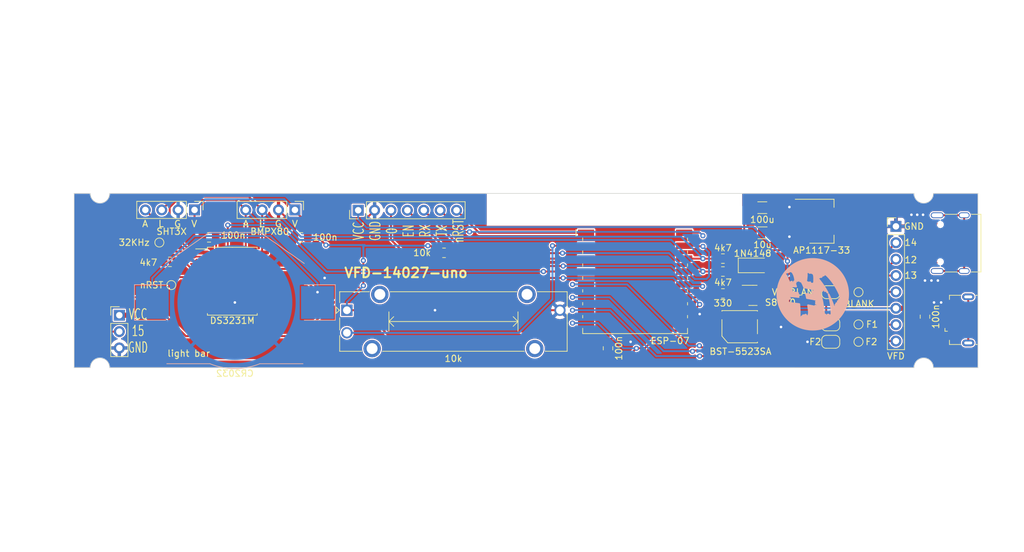
<source format=kicad_pcb>
(kicad_pcb (version 20211014) (generator pcbnew)
  (layers (0 "F.Cu" signal) (31 "B.Cu" signal) (34 "B.Paste" user) (35 "F.Paste" user) (36 "B.SilkS" user "B.Silkscreen") (37 "F.SilkS" user "F.Silkscreen") (38 "B.Mask" user) (39 "F.Mask" user) (44 "Edge.Cuts" user))
  (net 0 "")
  (net 1 "/VBAT")
  (net 2 "GNDREF")
  (net 3 "/3V3")
  (net 4 "Net-(BZ1-Pad2)")
  (net 5 "/VCC")
  (net 14 "unconnected-(J1-PadS1)")
  (net 18 "unconnected-(J2-Pad6)")
  (net 19 "/tx")
  (net 20 "/rx")
  (net 21 "/nRST")
  (net 22 "/EN")
  (net 23 "/gpio0")
  (net 24 "/gpio15")
  (net 25 "/VFDDIN")
  (net 26 "/VFDLOAD")
  (net 27 "/VFDCLK")
  (net 28 "Net-(J5-Pad5)")
  (net 29 "/F1")
  (net 30 "/F2")
  (net 31 "/SCL")
  (net 32 "/SDA")
  (net 33 "/SQW")
  (net 34 "/gpio2")
  (net 35 "Net-(RV1-Pad2)")
  (net 36 "Net-(TP1-Pad1)")
  (net 37 "Net-(TP2-Pad1)")
  (net 38 "Net-(Q1-Pad1)")
  (footprint "Package_TO_SOT_SMD:SOT-223-3_TabPin2" (layer "F.Cu") (at 149.8 58.3)
    (fp_text reference "U3")
    (fp_text value "AP1117-33")
  )
  (footprint "TestPoint:TestPoint_Pad_D1.0mm" (layer "F.Cu") (at 155.5 74.3)
    (fp_text reference "TP4")
    (fp_text value "F1")
  )
  (footprint "Connector_PinHeader_2.54mm:PinHeader_1x04_P2.54mm_Vertical" (layer "F.Cu") (at 52.65 56.55 -90)
    (fp_text reference "M1")
    (fp_text value "SHT3X")
  )
  (footprint "Capacitor_SMD:C_1206_3216Metric_Pad1.33x1.80mm_HandSolder" (layer "F.Cu") (at 140.6 56.2)
    (fp_text reference "C4")
    (fp_text value "100u")
  )
  (footprint "RF_Module:ESP-07" (layer "F.Cu") (at 120.9 65)
    (fp_text reference "U1")
    (fp_text value "ESP-07")
  )
  (footprint "Capacitor_SMD:C_0805_2012Metric_Pad1.18x1.45mm_HandSolder" (layer "F.Cu") (at 69.1625 60.8 180)
    (fp_text reference "C6")
    (fp_text value "100n")
  )
  (footprint "Resistor_SMD:R_0805_2012Metric_Pad1.20x1.40mm_HandSolder" (layer "F.Cu") (at 134.5 69.5)
    (fp_text reference "R2")
    (fp_text value "330")
  )
  (footprint "Resistor_SMD:R_0805_2012Metric_Pad1.20x1.40mm_HandSolder" (layer "F.Cu") (at 134.5 64.1 180)
    (fp_text reference "R4")
    (fp_text value "4k7")
  )
  (footprint "Resistor_SMD:R_0805_2012Metric_Pad1.20x1.40mm_HandSolder" (layer "F.Cu") (at 91.3 63.2)
    (fp_text reference "R5")
    (fp_text value "10k")
  )
  (footprint "Resistor_SMD:R_0805_2012Metric_Pad1.20x1.40mm_HandSolder" (layer "F.Cu") (at 134.5 66.1 180)
    (fp_text reference "R3")
    (fp_text value "4k7")
  )
  (footprint "Package_TO_SOT_SMD:SOT-23" (layer "F.Cu") (at 139.15 69.8)
    (fp_text reference "Q1")
    (fp_text value "S8050")
  )
  (footprint "Connector_PinHeader_2.54mm:PinHeader_1x08_P2.54mm_Vertical" (layer "F.Cu") (at 161.3 59.1)
    (fp_text reference "J5")
    (fp_text value "VFD")
  )
  (footprint "Connector_PinHeader_2.54mm:PinHeader_1x03_P2.54mm_Vertical" (layer "F.Cu") (at 41 72.875)
    (fp_text reference "J4")
    (fp_text value "light bar")
  )
  (footprint "Connector_PinHeader_2.54mm:PinHeader_1x07_P2.54mm_Vertical" (layer "F.Cu") (at 78 56.6 90)
    (fp_text reference "J3")
    (fp_text value "SYS")
  )
  (footprint "Resistor_SMD:R_0805_2012Metric_Pad1.20x1.40mm_HandSolder" (layer "F.Cu") (at 48.85 64.6)
    (fp_text reference "R1")
    (fp_text value "4k7")
  )
  (footprint "Connector_PinHeader_2.54mm:PinHeader_1x04_P2.54mm_Vertical" (layer "F.Cu") (at 68.2 56.55 -90)
    (fp_text reference "M2")
    (fp_text value "BMPX80")
  )
  (footprint "Capacitor_SMD:C_0805_2012Metric_Pad1.18x1.45mm_HandSolder" (layer "F.Cu") (at 116.7 78 90)
    (fp_text reference "C1")
    (fp_text value "100n")
  )
  (footprint "TestPoint:TestPoint_Pad_D1.0mm" (layer "F.Cu") (at 155.5 77)
    (fp_text reference "TP5")
    (fp_text value "F2")
  )
  (footprint "Connector_USB:USB_Micro-B_GCT_USB3076-30-A" (layer "F.Cu") (at 171.3 73.6 90)
    (fp_text reference "J2")
    (fp_text value "USB_B_Micro")
  )
  (footprint "Connector_USB:USB_C_Receptacle_Palconn_UTC16-G" (layer "F.Cu") (at 169.625 61.7 90)
    (fp_text reference "J1")
    (fp_text value "USB_C_Receptacle_USB2.0")
  )
  (footprint "Capacitor_SMD:C_0805_2012Metric_Pad1.18x1.45mm_HandSolder" (layer "F.Cu") (at 165.8 73.1 90)
    (fp_text reference "C2")
    (fp_text value "100n")
  )
  (footprint "Package_SO:SOIC-16W_7.5x10.3mm_P1.27mm" (layer "F.Cu") (at 58.5 67.6)
    (fp_text reference "U2")
    (fp_text value "DS3231M")
  )
  (footprint "TestPoint:TestPoint_Pad_D1.0mm" (layer "F.Cu") (at 47.2 61.6)
    (fp_text reference "TP2")
    (fp_text value "32KHz")
  )
  (footprint "Buzzer_Beeper:BST-5523SA" (layer "F.Cu") (at 134.345 77.155)
    (fp_text reference "BZ1")
    (fp_text value "BST-5523SA ")
  )
  (footprint "TestPoint:TestPoint_Pad_D1.0mm" (layer "F.Cu") (at 155.5 69.3)
    (fp_text reference "TP3")
    (fp_text value "BLANK")
  )
  (footprint "Jumper:SolderJumper-2_P1.3mm_Bridged_RoundedPad1.0x1.5mm" (layer "F.Cu") (at 151.2 74.3)
    (fp_text reference "JP2")
    (fp_text value "F1")
  )
  (footprint "Diode_SMD:D_1206_3216Metric_Pad1.42x1.75mm_HandSolder" (layer "F.Cu") (at 139.3375 65.15)
    (fp_text reference "D1")
    (fp_text value "1N4148")
  )
  (footprint "TestPoint:TestPoint_Pad_D1.0mm" (layer "F.Cu") (at 49.05 68.2)
    (fp_text reference "TP1")
    (fp_text value "nRST")
  )
  (footprint "Potentiometer_THT:Potentiometer_Bourns_PTA2043_Single_Slide" (layer "F.Cu") (at 76.255 72.1)
    (fp_text reference "RV1")
    (fp_text value "10k")
  )
  (footprint "Capacitor_SMD:C_1206_3216Metric_Pad1.33x1.80mm_HandSolder" (layer "F.Cu") (at 140.6375 60.1)
    (fp_text reference "C3")
    (fp_text value "10u")
  )
  (footprint "Capacitor_SMD:C_0805_2012Metric_Pad1.18x1.45mm_HandSolder" (layer "F.Cu") (at 54.9 60.8 180)
    (fp_text reference "C5")
    (fp_text value "100n")
  )
  (footprint "Jumper:SolderJumper-2_P1.3mm_Bridged_RoundedPad1.0x1.5mm" (layer "F.Cu") (at 151.2 69.3)
    (fp_text reference "JP1")
    (fp_text value "VFDBLANK")
  )
  (footprint "Jumper:SolderJumper-2_P1.3mm_Bridged_RoundedPad1.0x1.5mm" (layer "F.Cu") (at 151.2 77)
    (fp_text reference "JP3")
    (fp_text value "F2")
  )
  (footprint "Battery:BatteryHolder_Keystone_3002_1x2032" (layer "B.Cu") (at 58.9 70.9)
    (fp_text reference "BT1")
    (fp_text value "CR2032")
  )
  (gr_poly (pts (xy 148.142509 64.1477) (xy 147.870812 64.167609) (xy 147.601987 64.200598) (xy 147.336401 64.246511) (xy 147.074419 64.30519) (xy 146.816408 64.376479) (xy 146.562735 64.460221) (xy 146.313765 64.556259) (xy 146.069864 64.664435) (xy 145.831399 64.784594) (xy 145.598735 64.916577) (xy 145.37224 65.060228) (xy 145.152279 65.21539) (xy 144.939219 65.381906) (xy 144.733425 65.559619) (xy 144.535264 65.748372) (xy 144.535264 65.748374) (xy 144.347169 65.946577) (xy 144.169945 66.152489) (xy 144.003766 66.365726) (xy 143.848807 66.585904) (xy 143.705242 66.81264) (xy 143.573245 67.04555) (xy 143.452991 67.284251) (xy 143.344655 67.528358) (xy 143.248411 67.777488) (xy 143.164433 68.031257) (xy 143.092896 68.289282) (xy 143.033975 68.551179) (xy 142.987843 68.816564) (xy 142.954676 69.085053) (xy 142.934648 69.356263) (xy 142.927933 69.62981) (xy 142.934604 69.904012) (xy 142.954512 70.175707) (xy 142.9875 70.444531) (xy 143.033412 70.710117) (xy 143.09209 70.972098) (xy 143.163377 71.230108) (xy 143.247117 71.483781) (xy 143.343153 71.732752) (xy 143.451328 71.976652) (xy 143.571485 72.215117) (xy 143.703467 72.44778) (xy 143.847117 72.674275) (xy 144.002279 72.894236) (xy 144.168795 73.107295) (xy 144.346509 73.313088) (xy 144.535264 73.511247) (xy 144.733425 73.7) (xy 144.939219 73.877713) (xy 145.152279 74.044229) (xy 145.37224 74.199391) (xy 145.598735 74.343042) (xy 145.831399 74.475026) (xy 146.069864 74.595184) (xy 146.313765 74.703361) (xy 146.562735 74.799398) (xy 146.816408 74.88314) (xy 147.074419 74.954429) (xy 147.336401 75.013109) (xy 147.601987 75.059022) (xy 147.870812 75.092011) (xy 148.142509 75.11192) (xy 148.416712 75.118591) (xy 148.690916 75.11192) (xy 148.962613 75.092011) (xy 149.231438 75.059022) (xy 149.497024 75.013109) (xy 149.759006 74.954429) (xy 150.017017 74.88314) (xy 150.27069 74.799398) (xy 150.519661 74.703361) (xy 150.763561 74.595184) (xy 151.002027 74.475026) (xy 151.23469 74.343042) (xy 151.461185 74.199391) (xy 151.681146 74.044229) (xy 151.894207 73.877713) (xy 152.1 73.7) (xy 152.298162 73.511247) (xy 152.486911 73.313044) (xy 152.664621 73.107132) (xy 152.831134 72.893895) (xy 152.986294 72.673717) (xy 153.129944 72.446981) (xy 153.261926 72.214071) (xy 153.382084 71.97537) (xy 153.49026 71.731263) (xy 153.586298 71.482133) (xy 153.67004 71.228363) (xy 153.741329 70.970338) (xy 153.800009 70.708441) (xy 153.845923 70.443056) (xy 153.878912 70.174567) (xy 153.891471 70.003481) (xy 152.694726 70.003481) (xy 152.694678 70.014901) (xy 152.69398 70.025995) (xy 152.69263 70.036776) (xy 152.69063 70.047254) (xy 152.687979 70.057441) (xy 152.684678 70.06735) (xy 152.680724 70.07699) (xy 152.67612 70.086376) (xy 152.670865 70.095516) (xy 152.664958 70.104425) (xy 152.658399 70.113112) (xy 152.651189 70.12159) (xy 152.643328 70.129871) (xy 152.663159 70.213215) (xy 152.627437 70.332277) (xy 152.619162 70.341534) (xy 152.610701 70.349966) (xy 152.602052 70.357583) (xy 152.593217 70.364399) (xy 152.584195 70.370424) (xy 152.574987 70.375669) (xy 152.565592 70.380148) (xy 152.556011 70.38387) (xy 152.546244 70.386849) (xy 152.53629 70.389095) (xy 152.526151 70.39062) (xy 152.515825 70.391436) (xy 152.505314 70.391554) (xy 152.494617 70.390986) (xy 152.483735 70.389744) (xy 152.472666 70.387839) (xy 152.480612 70.471182) (xy 152.480425 70.482297) (xy 152.479867 70.493313) (xy 152.478936 70.504224) (xy 152.477633 70.515025) (xy 152.475957 70.52571) (xy 152.47391 70.536272) (xy 152.47149 70.546707) (xy 152.468698 70.557007) (xy 152.465534 70.567168) (xy 152.461998 70.577184) (xy 152.45809 70.587049) (xy 152.45381 70.596757) (xy 152.449158 70.606302) (xy 152.444135 70.615678) (xy 152.438739 70.62488) (xy 152.432972 70.633902) (xy 152.426183 70.641021) (xy 152.419214 70.647506) (xy 152.41207 70.653375) (xy 152.404759 70.658645) (xy 152.397285 70.663333) (xy 152.389654 70.667458) (xy 152.381872 70.671036) (xy 152.373944 70.674086) (xy 152.365877 70.676623) (xy 152.357676 70.678667) (xy 152.349347 70.680233) (xy 152.340895 70.681341) (xy 152.332327 70.682006) (xy 152.323647 70.682248) (xy 152.314862 70.682082) (xy 152.305978 70.681527) (xy 152.278202 70.725184) (xy 152.286147 70.760902) (xy 152.286751 70.773458) (xy 152.28707 70.785823) (xy 152.287098 70.79799) (xy 152.28683 70.809953) (xy 152.286259 70.821707) (xy 152.28538 70.833246) (xy 152.284187 70.844564) (xy 152.282675 70.855656) (xy 152.280837 70.866514) (xy 152.278667 70.877135) (xy 152.276161 70.887511) (xy 152.273311 70.897637) (xy 152.270114 70.907508) (xy 152.266561 70.917117) (xy 152.262649 70.926458) (xy 152.258371 70.935526) (xy 152.24926 70.946268) (xy 152.239789 70.956161) (xy 152.229968 70.965194) (xy 152.21981 70.973354) (xy 152.209326 70.980631) (xy 152.198528 70.987012) (xy 152.187427 70.992487) (xy 152.176036 70.997043) (xy 152.164365 71.000669) (xy 152.152426 71.003353) (xy 152.140231 71.005083) (xy 152.127792 71.005849) (xy 152.11512 71.005637) (xy 152.102227 71.004438) (xy 152.089124 71.002238) (xy 152.075824 70.999027) (xy 152.075824 71.08237) (xy 152.055178 71.106369) (xy 152.034904 71.130739) (xy 152.015002 71.155482) (xy 151.995471 71.180597) (xy 151.976311 71.206084) (xy 151.957522 71.231943) (xy 151.939102 71.258174) (xy 151.921053 71.284777) (xy 151.956774 71.459402) (xy 151.958729 71.471214) (xy 151.960126 71.482835) (xy 151.960964 71.494257) (xy 151.961244 71.505477) (xy 151.960965 71.516487) (xy 151.960128 71.527281) (xy 151.958732 71.537855) (xy 151.956778 71.548203) (xy 151.954266 71.558317) (xy 151.951196 71.568194) (xy 151.947567 71.577826) (xy 151.94338 71.587208) (xy 151.938635 71.596335) (xy 151.933332 71.605199) (xy 151.927472 71.613797) (xy 151.921053 71.622121) (xy 151.837725 71.665777) (xy 151.828845 71.666381) (xy 151.820064 71.6667) (xy 151.811388 71.666728) (xy 151.802821 71.666459) (xy 151.79437 71.665889) (xy 151.78604 71.66501) (xy 151.777838 71.663817) (xy 151.76977 71.662305) (xy 151.761841 71.660467) (xy 151.754057 71.658297) (xy 151.746424 71.655791) (xy 151.738948 71.652941) (xy 151.731635 71.649743) (xy 151.72449 71.64619) (xy 151.71752 71.642276) (xy 151.71073 71.637996) (xy 151.619891 71.384307) (xy 151.5257 71.1295) (xy 151.427785 70.87395) (xy 151.325773 70.618027) (xy 151.217759 70.36347) (xy 151.107504 70.111516) (xy 150.99427 69.861795) (xy 150.877318 69.613934) (xy 150.857487 69.613934) (xy 150.901007 69.767421) (xy 150.942249 69.921326) (xy 150.981166 70.075697) (xy 151.017712 70.230579) (xy 151.051841 70.386019) (xy 151.083505 70.542064) (xy 151.112657 70.69876) (xy 151.139253 70.856153) (xy 151.188304 71.171048) (xy 151.234007 71.4852) (xy 151.275991 71.799351) (xy 151.313887 72.114247) (xy 151.314989 72.139361) (xy 151.315253 72.164104) (xy 151.315042 72.176336) (xy 151.314587 72.188474) (xy 151.313876 72.20052) (xy 151.312898 72.212473) (xy 151.311641 72.224333) (xy 151.310093 72.236099) (xy 151.308243 72.247773) (xy 151.30608 72.259354) (xy 151.303591 72.270841) (xy 151.300765 72.282236) (xy 151.297591 72.293538) (xy 151.294056 72.304746) (xy 151.302002 72.431746) (xy 151.305303 72.45835) (xy 151.307773 72.484588) (xy 151.309418 72.510465) (xy 151.310244 72.535988) (xy 151.310256 72.561161) (xy 151.309461 72.585992) (xy 151.307863 72.610486) (xy 151.305469 72.634648) (xy 151.302285 72.658485) (xy 151.298315 72.682002) (xy 151.293567 72.705205) (xy 151.288044 72.7281) (xy 151.281754 72.750693) (xy 151.274702 72.772989) (xy 151.266894 72.794994) (xy 151.258335 72.816715) (xy 151.245637 72.824623) (xy 151.232841 72.831978) (xy 151.219941 72.838787) (xy 151.206931 72.845055) (xy 151.193804 72.850788) (xy 151.180556 72.855992) (xy 151.16718 72.860673) (xy 151.15367 72.864837) (xy 151.14002 72.868488) (xy 151.126225 72.871635) (xy 151.112279 72.874281) (xy 151.098175 72.876433) (xy 151.083908 72.878096) (xy 151.069471 72.879277) (xy 151.054859 72.879982) (xy 151.040067 72.880215) (xy 151.029739 72.880074) (xy 151.019604 72.879642) (xy 151.009667 72.878907) (xy 150.999935 72.877859) (xy 150.990413 72.876485) (xy 150.981106 72.874774) (xy 150.97202 72.872714) (xy 150.963162 72.870293) (xy 150.954536 72.867501) (xy 150.946149 72.864325) (xy 150.938005 72.860753) (xy 150.930112 72.856775) (xy 150.922475 72.852378) (xy 150.915099 72.84755) (xy 150.90799 72.842281) (xy 150.901154 72.836559) (xy 150.865433 72.753215) (xy 150.80988 72.773059) (xy 150.746383 72.765123) (xy 150.718607 72.765123) (xy 150.682886 72.876247) (xy 150.599557 72.931809) (xy 150.58923 72.932413) (xy 150.579095 72.932732) (xy 150.569158 72.93276) (xy 150.559426 72.932491) (xy 150.549903 72.931921) (xy 150.540596 72.931042) (xy 150.531511 72.929849) (xy 150.522652 72.928337) (xy 150.514027 72.926499) (xy 150.505639 72.924329) (xy 150.497496 72.921823) (xy 150.489603 72.918973) (xy 150.481966 72.915775) (xy 150.47459 72.912222) (xy 150.467481 72.908308) (xy 150.460645 72.904029) (xy 150.452735 72.897239) (xy 150.445379 72.89027) (xy 150.43857 72.883126) (xy 150.432301 72.875813) (xy 150.426568 72.868338) (xy 150.421364 72.860705) (xy 150.416684 72.852922) (xy 150.412521 72.844993) (xy 150.40887 72.836925) (xy 150.405725 72.828723) (xy 150.403079 72.820393) (xy 150.400928 72.811941) (xy 150.399265 72.803373) (xy 150.398085 72.794694) (xy 150.397381 72.785911) (xy 150.397147 72.777029) (xy 150.370364 72.773665) (xy 150.343627 72.769463) (xy 150.316984 72.764332) (xy 150.29048 72.758177) (xy 150.277295 72.754687) (xy 150.264162 72.750906) (xy 150.251088 72.746823) (xy 150.238077 72.742426) (xy 150.225136 72.737703) (xy 150.212272 72.732643) (xy 150.199488 72.727235) (xy 150.186792 72.721466) (xy 150.139962 72.323971) (xy 150.089051 71.928708) (xy 150.034421 71.534934) (xy 149.992831 71.25303) (xy 149.107206 71.25303) (xy 149.099261 71.31653) (xy 149.096052 71.325275) (xy 149.09239 71.333653) (xy 149.088287 71.341671) (xy 149.083754 71.349335) (xy 149.078803 71.356649) (xy 149.073446 71.36362) (xy 149.067694 71.370255) (xy 149.061558 71.376558) (xy 149.05505 71.382535) (xy 149.048181 71.388193) (xy 149.040964 71.393536) (xy 149.033409 71.398572) (xy 149.025528 71.403305) (xy 149.017332 71.407742) (xy 149.008833 71.411888) (xy 149.000043 71.415749) (xy 148.989713 71.416353) (xy 148.979564 71.416672) (xy 148.969591 71.4167) (xy 148.959787 71.416431) (xy 148.950146 71.415861) (xy 148.940663 71.414982) (xy 148.931331 71.413789) (xy 148.922144 71.412277) (xy 148.913098 71.410439) (xy 148.904185 71.408269) (xy 148.8954 71.405762) (xy 148.886737 71.402913) (xy 148.878189 71.399714) (xy 148.869752 71.396161) (xy 148.861419 71.392248) (xy 148.853185 71.387968) (xy 148.805545 71.387968) (xy 148.769824 71.471311) (xy 148.678551 71.514968) (xy 148.55881 71.488861) (xy 148.437952 71.46387) (xy 148.194375 71.415749) (xy 147.949307 71.370108) (xy 147.829381 71.34766) (xy 147.710199 71.324467) (xy 147.682423 71.324467) (xy 147.753865 71.852311) (xy 147.770912 71.9839) (xy 147.786099 72.116233) (xy 147.799057 72.248566) (xy 147.809418 72.380154) (xy 147.810341 72.423121) (xy 147.810101 72.465669) (xy 147.808651 72.507752) (xy 147.805946 72.549323) (xy 147.801938 72.590336) (xy 147.796582 72.630744) (xy 147.789832 72.670502) (xy 147.781642 72.709561) (xy 147.771971 72.745272) (xy 147.76081 72.780936) (xy 147.748161 72.816507) (xy 147.734023 72.851939) (xy 147.718396 72.887185) (xy 147.701282 72.922199) (xy 147.682681 72.956933) (xy 147.662592 72.991342) (xy 147.591149 73.02706) (xy 147.581521 73.028316) (xy 147.571998 73.029107) (xy 147.562592 73.029432) (xy 147.553315 73.029293) (xy 147.544177 73.028688) (xy 147.535191 73.027619) (xy 147.526368 73.026084) (xy 147.51772 73.024084) (xy 147.509259 73.021619) (xy 147.500994 73.018689) (xy 147.49294 73.015294) (xy 147.485106 73.011434) (xy 147.477504 73.007109) (xy 147.470147 73.002318) (xy 147.463044 72.997063) (xy 147.456209 72.991342) (xy 147.364936 72.800842) (xy 147.301438 72.780998) (xy 147.287858 72.792718) (xy 147.273908 72.804066) (xy 147.259586 72.815042) (xy 147.244893 72.825646) (xy 147.229828 72.835878) (xy 147.214389 72.845738) (xy 147.198576 72.855226) (xy 147.182389 72.864341) (xy 147.08317 72.856404) (xy 147.019673 72.884185) (xy 146.920454 72.876248) (xy 146.900623 72.876248) (xy 146.90188 72.885085) (xy 146.902671 72.893735) (xy 146.902998 72.9022) (xy 146.902858 72.910479) (xy 146.902253 72.918571) (xy 146.901183 72.926478) (xy 146.899648 72.934198) (xy 146.897648 72.941733) (xy 146.895182 72.949081) (xy 146.892251 72.956243) (xy 146.888855 72.96322) (xy 146.884994 72.97001) (xy 146.880669 72.976614) (xy 146.875878 72.983032) (xy 146.870622 72.989264) (xy 146.864902 72.99531) (xy 146.856627 73.002429) (xy 146.848165 73.008914) (xy 146.839516 73.014783) (xy 146.830681 73.020053) (xy 146.821659 73.024742) (xy 146.812451 73.028867) (xy 146.803056 73.032445) (xy 146.793475 73.035494) (xy 146.783708 73.038032) (xy 146.773755 73.040075) (xy 146.763615 73.041642) (xy 146.75329 73.04275) (xy 146.742779 73.043415) (xy 146.732082 73.043657) (xy 146.721199 73.043491) (xy 146.710131 73.042936) (xy 146.710131 73.078654) (xy 146.70622 73.08884) (xy 146.701931 73.098568) (xy 146.697259 73.107841) (xy 146.692198 73.116667) (xy 146.686742 73.125051) (xy 146.680885 73.133) (xy 146.674622 73.140517) (xy 146.667946 73.147611) (xy 146.660852 73.154286) (xy 146.653334 73.160548) (xy 146.645386 73.166403) (xy 146.637002 73.171857) (xy 146.628177 73.176916) (xy 146.618905 73.181586) (xy 146.609179 73.185871) (xy 146.598994 73.189779) (xy 146.507721 73.189779) (xy 146.49753 73.185871) (xy 146.4878 73.181586) (xy 146.478523 73.176917) (xy 146.469695 73.171858) (xy 146.461308 73.166404) (xy 146.453358 73.160549) (xy 146.445839 73.154286) (xy 146.438745 73.147611) (xy 146.432069 73.140518) (xy 146.425807 73.133) (xy 146.419952 73.125052) (xy 146.414499 73.116667) (xy 146.409441 73.107841) (xy 146.404773 73.098568) (xy 146.40049 73.08884) (xy 146.396584 73.078654) (xy 146.404529 72.904029) (xy 146.404529 72.177748) (xy 146.392131 71.921764) (xy 146.385004 71.793771) (xy 146.376753 71.665779) (xy 146.341032 71.145873) (xy 146.144581 71.116975) (xy 145.94813 71.09031) (xy 145.751678 71.066622) (xy 145.555227 71.046654) (xy 145.354307 71.022036) (xy 145.156366 70.995557) (xy 144.961404 70.966846) (xy 144.769422 70.93553) (xy 144.761477 70.915686) (xy 144.634482 70.852185) (xy 144.634514 70.852186) (xy 144.626655 70.84163) (xy 144.619459 70.8308) (xy 144.612937 70.819703) (xy 144.607102 70.808344) (xy 144.601965 70.79673) (xy 144.597537 70.784865) (xy 144.59383 70.772756) (xy 144.590856 70.760409) (xy 144.588626 70.747829) (xy 144.587152 70.735023) (xy 144.586445 70.721996) (xy 144.586516 70.708753) (xy 144.587378 70.695302) (xy 144.589042 70.681646) (xy 144.591519 70.667793) (xy 144.594821 70.653749) (xy 144.596545 70.635284) (xy 144.598745 70.617092) (xy 144.601434 70.599168) (xy 144.604622 70.581505) (xy 144.608322 70.564098) (xy 144.612544 70.546941) (xy 144.617301 70.530029) (xy 144.622605 70.513354) (xy 144.628466 70.496912) (xy 144.634897 70.480697) (xy 144.641909 70.464703) (xy 144.649514 70.448924) (xy 144.657723 70.433354) (xy 144.666549 70.417988) (xy 144.676002 70.402819) (xy 144.686094 70.387842) (xy 144.698886 70.377101) (xy 144.711969 70.367208) (xy 144.725355 70.358175) (xy 144.739055 70.350015) (xy 144.75308 70.342738) (xy 144.767443 70.336357) (xy 144.782155 70.330882) (xy 144.797227 70.326326) (xy 144.812671 70.3227) (xy 144.828499 70.320016) (xy 144.844722 70.318286) (xy 144.861351 70.31752) (xy 144.8784 70.317732) (xy 144.895878 70.318931) (xy 144.913798 70.321131) (xy 144.932171 70.324342) (xy 144.924225 70.252904) (xy 144.832952 70.217186) (xy 144.7774 70.125904) (xy 144.785346 70.042561) (xy 144.788555 70.033817) (xy 144.792217 70.025438) (xy 144.79632 70.01742) (xy 144.800853 70.009757) (xy 144.805804 70.002443) (xy 144.811161 69.995471) (xy 144.816913 69.988837) (xy 144.823049 69.982534) (xy 144.829557 69.976557) (xy 144.836425 69.970899) (xy 144.843643 69.965555) (xy 144.851198 69.96052) (xy 144.859079 69.955786) (xy 144.867275 69.95135) (xy 144.875774 69.947204) (xy 144.884564 69.943342) (xy 144.969234 69.945381) (xy 145.053622 69.948489) (xy 145.137822 69.952621) (xy 145.221927 69.957729) (xy 145.390225 69.97069) (xy 145.559265 69.986999) (xy 146.214102 70.058437) (xy 146.233933 70.058437) (xy 146.178381 69.72903) (xy 146.172051 69.687529) (xy 146.164978 69.646307) (xy 146.157164 69.605271) (xy 146.148606 69.564327) (xy 146.139305 69.523384) (xy 146.12926 69.482348) (xy 146.118471 69.441126) (xy 146.106938 69.399624) (xy 145.877745 69.376308) (xy 145.760911 69.36558) (xy 145.642593 69.355968) (xy 145.583429 69.350945) (xy 145.524962 69.344806) (xy 145.467147 69.33755) (xy 145.409936 69.329178) (xy 145.353282 69.319691) (xy 145.297138 69.309087) (xy 145.241457 69.297367) (xy 145.186193 69.28453) (xy 145.142526 69.213093) (xy 145.140665 69.199793) (xy 145.139554 69.186691) (xy 145.1392 69.173799) (xy 145.139608 69.161127) (xy 145.140783 69.148688) (xy 145.142732 69.136493) (xy 145.14546 69.124554) (xy 145.148974 69.112882) (xy 145.153277 69.101489) (xy 145.158378 69.090387) (xy 145.16428 69.079588) (xy 145.17099 69.069102) (xy 145.178514 69.058942) (xy 145.186857 69.049119) (xy 145.196025 69.039644) (xy 145.206024 69.030531) (xy 145.206024 68.994812) (xy 145.106805 68.959094) (xy 145.077717 68.905578) (xy 145.049747 68.852435) (xy 144.995668 68.748751) (xy 144.995064 68.738425) (xy 144.994745 68.728279) (xy 144.994717 68.718308) (xy 144.994985 68.708505) (xy 144.995556 68.698865) (xy 144.996435 68.689382) (xy 144.997628 68.680051) (xy 144.99914 68.670864) (xy 145.000979 68.661817) (xy 145.003148 68.652904) (xy 145.005655 68.644119) (xy 145.008504 68.635455) (xy 145.011702 68.626908) (xy 145.015254 68.618472) (xy 145.019166 68.61014) (xy 145.023445 68.601907) (xy 145.134581 68.538406) (xy 145.178248 68.546344) (xy 145.206024 68.546344) (xy 145.241745 68.455062) (xy 145.325073 68.3995) (xy 145.781473 68.427281) (xy 145.852915 68.427281) (xy 145.706058 67.998655) (xy 145.705454 67.988329) (xy 145.705135 67.978184) (xy 145.705106 67.968212) (xy 145.705375 67.95841) (xy 145.705945 67.94877) (xy 145.706824 67.939287) (xy 145.708017 67.929955) (xy 145.70953 67.920769) (xy 145.711368 67.911722) (xy 145.713537 67.902809) (xy 145.716044 67.894023) (xy 145.718893 67.88536) (xy 145.722091 67.876813) (xy 145.725643 67.868376) (xy 145.729556 67.860045) (xy 145.733834 67.851812) (xy 145.805277 67.804186) (xy 145.785446 67.740686) (xy 145.793391 67.641467) (xy 145.89261 67.550186) (xy 145.903678 67.548232) (xy 145.91456 67.546837) (xy 145.925255 67.546) (xy 145.935764 67.545721) (xy 145.946088 67.546) (xy 145.956225 67.546837) (xy 145.966177 67.548232) (xy 145.975942 67.550186) (xy 145.985522 67.552697) (xy 145.994916 67.555767) (xy 146.004124 67.559395) (xy 146.013147 67.56358) (xy 146.021983 67.568324) (xy 146.030635 67.573626) (xy 146.0391 67.579487) (xy 146.047381 67.585905) (xy 146.067211 67.585905) (xy 146.075157 67.558123) (xy 146.174376 67.494623) (xy 146.208589 67.502453) (xy 146.242712 67.511119) (xy 146.276649 67.520715) (xy 146.310309 67.531335) (xy 146.343596 67.54307) (xy 146.376416 67.556015) (xy 146.392622 67.56297) (xy 146.408677 67.570262) (xy 146.424567 67.577903) (xy 146.440283 67.585905) (xy 146.476004 67.649404) (xy 146.519671 67.641467) (xy 146.646666 67.677187) (xy 146.681827 67.729641) (xy 146.715823 67.782792) (xy 146.748606 67.836595) (xy 146.780132 67.891002) (xy 146.810354 67.945968) (xy 146.839227 68.001445) (xy 146.866705 68.057388) (xy 146.892742 68.113748) (xy 146.9426 68.224688) (xy 146.990968 68.337487) (xy 147.037846 68.452519) (xy 147.083234 68.570155) (xy 147.466221 68.63812) (xy 147.849208 68.709062) (xy 147.944627 68.726184) (xy 148.040327 68.744842) (xy 148.136214 68.765081) (xy 148.232195 68.786948) (xy 148.328177 68.810489) (xy 148.424064 68.835752) (xy 148.519764 68.862781) (xy 148.615183 68.891624) (xy 148.670735 68.982906) (xy 148.662789 69.074187) (xy 148.563571 69.165469) (xy 148.452434 69.157531) (xy 148.424658 69.157531) (xy 148.396882 69.228969) (xy 148.285745 69.284531) (xy 148.305576 69.367875) (xy 148.318878 69.368106) (xy 148.331995 69.368797) (xy 148.344924 69.369941) (xy 148.357668 69.371533) (xy 148.370226 69.373567) (xy 148.382597 69.376037) (xy 148.394782 69.378937) (xy 148.406781 69.382262) (xy 148.418594 69.386005) (xy 148.43022 69.39016) (xy 148.44166 69.394723) (xy 148.452914 69.399687) (xy 148.463982 69.405046) (xy 148.474864 69.410795) (xy 148.485559 69.416927) (xy 148.496068 69.423437) (xy 148.551621 69.534562) (xy 148.543675 69.605999) (xy 148.539022 69.614744) (xy 148.53401 69.623122) (xy 148.52865 69.63114) (xy 148.522954 69.638803) (xy 148.516932 69.646118) (xy 148.510597 69.653089) (xy 148.50396 69.659724) (xy 148.497033 69.666026) (xy 148.489827 69.672004) (xy 148.482353 69.677661) (xy 148.474624 69.683005) (xy 148.466649 69.688041) (xy 148.458442 69.692774) (xy 148.450014 69.697211) (xy 148.441376 69.701357) (xy 148.432539 69.705218) (xy 147.464154 69.566311) (xy 147.372881 69.566311) (xy 147.507821 70.221154) (xy 147.867485 70.283166) (xy 148.230128 70.348155) (xy 148.319063 70.362472) (xy 148.407299 70.378603) (xy 148.494884 70.396501) (xy 148.581863 70.41612) (xy 148.668284 70.437413) (xy 148.754193 70.460334) (xy 148.839636 70.484836) (xy 148.92466 70.510873) (xy 148.988157 70.602155) (xy 148.980212 70.701374) (xy 148.976399 70.709374) (xy 148.972387 70.717001) (xy 148.968167 70.724256) (xy 148.963725 70.731139) (xy 148.95905 70.737651) (xy 148.954131 70.74379) (xy 148.948956 70.749557) (xy 148.943514 70.754952) (xy 148.937791 70.759975) (xy 148.931778 70.764626) (xy 148.925463 70.768904) (xy 148.918833 70.772811) (xy 148.911877 70.776346) (xy 148.904584 70.779508) (xy 148.896941 70.782299) (xy 148.888938 70.784717) (xy 148.952436 70.90378) (xy 148.953555 70.914849) (xy 148.953942 70.925732) (xy 148.953609 70.936429) (xy 148.952565 70.94694) (xy 148.950825 70.957265) (xy 148.948397 70.967404) (xy 148.945296 70.977357) (xy 148.941531 70.987123) (xy 148.937115 70.996704) (xy 148.932059 71.006099) (xy 148.926375 71.015308) (xy 148.920075 71.02433) (xy 148.913169 71.033167) (xy 148.90567 71.041818) (xy 148.897589 71.050282) (xy 148.888938 71.058561) (xy 148.888938 71.078405) (xy 149.051654 71.141905) (xy 149.107206 71.25303) (xy 149.992831 71.25303) (xy 149.976436 71.141904) (xy 149.944258 70.944334) (xy 149.907238 70.747509) (xy 149.865379 70.551428) (xy 149.818682 70.356091) (xy 149.767148 70.161498) (xy 149.710778 69.96765) (xy 149.649573 69.774545) (xy 149.583534 69.582184) (xy 149.582277 69.571813) (xy 149.581486 69.561535) (xy 149.58116 69.551349) (xy 149.581299 69.541257) (xy 149.581904 69.531258) (xy 149.582974 69.521351) (xy 149.584509 69.511538) (xy 149.58651 69.501818) (xy 149.588975 69.49219) (xy 149.591906 69.482656) (xy 149.595302 69.473215) (xy 149.599163 69.463866) (xy 149.603489 69.454611) (xy 149.60828 69.445449) (xy 149.613535 69.43638) (xy 149.619256 69.427404) (xy 149.583534 69.316279) (xy 149.582328 69.305953) (xy 149.581673 69.295808) (xy 149.581564 69.285836) (xy 149.581995 69.276034) (xy 149.582961 69.266394) (xy 149.584454 69.256911) (xy 149.586471 69.247579) (xy 149.589005 69.238393) (xy 149.59205 69.229346) (xy 149.5956 69.220432) (xy 149.599651 69.211647) (xy 149.604195 69.202984) (xy 149.609228 69.194437) (xy 149.614744 69.186) (xy 149.620737 69.177668) (xy 149.627201 69.169435) (xy 149.638408 69.162923) (xy 149.649709 69.156777) (xy 149.661102 69.150991) (xy 149.672589 69.14556) (xy 149.684169 69.140478) (xy 149.695842 69.135739) (xy 149.707608 69.131337) (xy 149.719467 69.127267) (xy 149.73142 69.123522) (xy 149.743465 69.120097) (xy 149.755604 69.116985) (xy 149.767835 69.114182) (xy 149.78016 69.111681) (xy 149.792578 69.109477) (xy 149.805089 69.107563) (xy 149.817693 69.105935) (xy 149.901021 69.113872) (xy 149.920852 69.113872) (xy 149.956573 68.986872) (xy 150.039902 68.93131) (xy 150.050229 68.930052) (xy 150.060364 68.929248) (xy 150.070301 68.928886) (xy 150.080033 68.928954) (xy 150.089556 68.92944) (xy 150.098863 68.930333) (xy 150.107948 68.931622) (xy 150.116807 68.933294) (xy 150.125432 68.935339) (xy 150.13382 68.937744) (xy 150.141963 68.940497) (xy 150.149856 68.943588) (xy 150.157493 68.947005) (xy 150.164869 68.950735) (xy 150.171978 68.954767) (xy 150.178814 68.959091) (xy 150.188306 68.969556) (xy 150.197432 68.980121) (xy 150.206196 68.990789) (xy 150.214606 69.001569) (xy 150.222666 69.012464) (xy 150.230383 69.023482) (xy 150.237763 69.034628) (xy 150.244811 69.045907) (xy 150.251533 69.057326) (xy 150.257935 69.06889) (xy 150.264022 69.080605) (xy 150.269802 69.092478) (xy 150.275278 69.104513) (xy 150.280458 69.116717) (xy 150.285347 69.129095) (xy 150.289951 69.141653) (xy 150.381225 69.105935) (xy 150.452667 69.105935) (xy 150.470899 69.116634) (xy 150.488386 69.127902) (xy 150.505129 69.139753) (xy 150.521128 69.152196) (xy 150.536383 69.165243) (xy 150.550894 69.178907) (xy 150.564661 69.193199) (xy 150.577684 69.20813) (xy 150.589962 69.223713) (xy 150.601497 69.239958) (xy 150.612287 69.256877) (xy 150.622333 69.274483) (xy 150.631635 69.292786) (xy 150.640193 69.311799) (xy 150.648007 69.331532) (xy 150.655077 69.351997) (xy 150.710629 69.371842) (xy 150.738405 69.371842) (xy 150.661572 69.229354) (xy 150.582879 69.087703) (xy 150.502326 68.946983) (xy 150.419913 68.807286) (xy 150.335639 68.668706) (xy 150.249505 68.531334) (xy 150.161508 68.395265) (xy 150.07165 68.260591) (xy 149.977335 68.127034) (xy 149.881903 67.994313) (xy 149.785353 67.862523) (xy 149.687686 67.731756) (xy 149.588902 67.602105) (xy 149.489 67.473663) (xy 149.387982 67.346523) (xy 149.285845 67.220779) (xy 149.285781 67.220777) (xy 149.285231 67.21045) (xy 149.285069 67.200297) (xy 149.285313 67.190308) (xy 149.28598 67.180469) (xy 149.287089 67.17077) (xy 149.287999 67.165212) (xy 148.631041 67.165212) (xy 148.623095 67.200932) (xy 148.623095 67.585901) (xy 148.622862 67.607343) (xy 148.622158 67.628518) (xy 148.620977 67.649437) (xy 148.619314 67.670113) (xy 148.617163 67.690555) (xy 148.614518 67.710777) (xy 148.611373 67.730789) (xy 148.607722 67.750604) (xy 148.603559 67.770233) (xy 148.598878 67.789687) (xy 148.593674 67.808978) (xy 148.587941 67.828119) (xy 148.581673 67.84712) (xy 148.574863 67.865992) (xy 148.567507 67.884749) (xy 148.559598 67.903401) (xy 148.544574 67.912793) (xy 148.52927 67.921609) (xy 148.513689 67.929833) (xy 148.497828 67.937445) (xy 148.481689 67.94443) (xy 148.465271 67.95077) (xy 148.448574 67.956447) (xy 148.431598 67.961444) (xy 148.414343 67.965743) (xy 148.396809 67.969327) (xy 148.378997 67.972179) (xy 148.360905 67.97428) (xy 148.342534 67.975615) (xy 148.323883 67.976164) (xy 148.304954 67.975911) (xy 148.285745 67.974839) (xy 148.258962 67.971475) (xy 148.232225 67.967273) (xy 148.205582 67.962142) (xy 148.179078 67.955987) (xy 148.165893 67.952497) (xy 148.15276 67.948716) (xy 148.139686 67.944633) (xy 148.126675 67.940236) (xy 148.113735 67.935514) (xy 148.10087 67.930454) (xy 148.088086 67.925045) (xy 148.07539 67.919276) (xy 148.068227 67.910998) (xy 148.061628 67.902533) (xy 148.055599 67.893883) (xy 148.050145 67.885046) (xy 148.045273 67.876023) (xy 148.040987 67.866814) (xy 148.037295 67.85742) (xy 148.034202 67.847839) (xy 148.031714 67.838072) (xy 148.029836 67.828119) (xy 148.028575 67.81798) (xy 148.027936 67.807655) (xy 148.027926 67.797144) (xy 148.02855 67.786447) (xy 148.029813 67.775564) (xy 148.031723 67.764495) (xy 147.968226 67.792278) (xy 147.869007 67.78434) (xy 147.785679 67.804184) (xy 147.779008 67.805545) (xy 147.772384 67.806652) (xy 147.76581 67.807508) (xy 147.759286 67.808114) (xy 147.752815 67.808474) (xy 147.746397 67.808588) (xy 147.740035 67.80846) (xy 147.733729 67.808091) (xy 147.727481 67.807484) (xy 147.721292 67.806641) (xy 147.715165 67.805563) (xy 147.709099 67.804254) (xy 147.703098 67.802715) (xy 147.697162 67.800949) (xy 147.691292 67.798958) (xy 147.685491 67.796743) (xy 147.67976 67.794307) (xy 147.674099 67.791653) (xy 147.668511 67.788782) (xy 147.662997 67.785697) (xy 147.652197 67.778892) (xy 147.641711 67.771256) (xy 147.631549 67.762806) (xy 147.621724 67.753559) (xy 147.612248 67.743534) (xy 147.603132 67.732747) (xy 147.575356 67.740684) (xy 147.464219 67.704965) (xy 147.396749 67.601777) (xy 147.413924 67.493939) (xy 147.429274 67.389821) (xy 145.670866 67.389821) (xy 145.670587 67.406725) (xy 145.66975 67.423385) (xy 145.668354 67.439789) (xy 145.6664 67.455925) (xy 145.663888 67.471783) (xy 145.660817 67.48735) (xy 145.657189 67.502614) (xy 145.653002 67.517565) (xy 145.648257 67.53219) (xy 145.642954 67.546478) (xy 145.637094 67.560417) (xy 145.630675 67.573995) (xy 145.623885 67.581903) (xy 145.616916 67.589258) (xy 145.609773 67.596067) (xy 145.602461 67.602335) (xy 145.594987 67.608068) (xy 145.587356 67.613272) (xy 145.579574 67.617953) (xy 145.571646 67.622116) (xy 145.563579 67.625768) (xy 145.555378 67.628914) (xy 145.547049 67.63156) (xy 145.538597 67.633712) (xy 145.530029 67.635376) (xy 145.521349 67.636557) (xy 145.512564 67.637261) (xy 145.50368 67.637495) (xy 145.495735 67.736713) (xy 145.491824 67.7469) (xy 145.487535 67.756627) (xy 145.482863 67.765901) (xy 145.477802 67.774727) (xy 145.472346 67.783111) (xy 145.466489 67.791059) (xy 145.460226 67.798577) (xy 145.45355 67.805671) (xy 145.446456 67.812346) (xy 145.438938 67.818608) (xy 145.43099 67.824463) (xy 145.422606 67.829917) (xy 145.413781 67.834976) (xy 145.404508 67.839645) (xy 145.394783 67.843931) (xy 145.384598 67.847839) (xy 145.37353 67.849095) (xy 145.362649 67.849885) (xy 145.351953 67.850211) (xy 145.341444 67.850072) (xy 145.33112 67.849467) (xy 145.320983 67.848397) (xy 145.311031 67.846863) (xy 145.301266 67.844863) (xy 145.291686 67.842398) (xy 145.282292 67.839468) (xy 145.273084 67.836073) (xy 145.264061 67.832212) (xy 145.255224 67.827887) (xy 145.246573 67.823097) (xy 145.238108 67.817841) (xy 145.229828 67.812121) (xy 145.222708 67.803842) (xy 145.216221 67.795377) (xy 145.210351 67.786727) (xy 145.205079 67.77789) (xy 145.200389 67.768867) (xy 145.196263 67.759658) (xy 145.192683 67.750264) (xy 145.189633 67.740683) (xy 145.187094 67.730916) (xy 145.18505 67.720963) (xy 145.183482 67.710824) (xy 145.182374 67.700499) (xy 145.181708 67.689988) (xy 145.181466 67.679291) (xy 145.181632 67.668408) (xy 145.182188 67.657339) (xy 145.174654 67.661665) (xy 145.166947 67.665711) (xy 145.159077 67.669479) (xy 145.151057 67.672967) (xy 145.142897 67.676176) (xy 145.134609 67.679106) (xy 145.126206 67.681757) (xy 145.117697 67.684129) (xy 145.109096 67.686222) (xy 145.100413 67.688036) (xy 145.09166 67.689571) (xy 145.082848 67.690827) (xy 145.073989 67.691803) (xy 145.065096 67.692501) (xy 145.056178 67.692919) (xy 145.047248 67.693059) (xy 145.047248 67.720841) (xy 144.948029 67.812122) (xy 144.9377 67.813379) (xy 144.927551 67.814183) (xy 144.917577 67.814546) (xy 144.907773 67.814478) (xy 144.898132 67.813991) (xy 144.888649 67.813098) (xy 144.879317 67.811809) (xy 144.870131 67.810137) (xy 144.861084 67.808093) (xy 144.852171 67.805688) (xy 144.843386 67.802934) (xy 144.834723 67.799843) (xy 144.826176 67.796427) (xy 144.817739 67.792697) (xy 144.809406 67.788664) (xy 144.801171 67.78434) (xy 144.65284 67.456919) (xy 144.579605 67.293208) (xy 144.507488 67.129497) (xy 144.507584 67.129495) (xy 144.468152 67.045384) (xy 144.427279 66.962621) (xy 144.385012 66.881068) (xy 144.341396 66.800584) (xy 144.296479 66.721031) (xy 144.250305 66.642269) (xy 144.202922 66.564157) (xy 144.154376 66.486558) (xy 144.153119 66.476232) (xy 144.152327 66.466086) (xy 144.152001 66.456115) (xy 144.152141 66.446312) (xy 144.152745 66.436672) (xy 144.153816 66.427189) (xy 144.155351 66.417857) (xy 144.157351 66.408671) (xy 144.159817 66.399624) (xy 144.162748 66.390711) (xy 144.166144 66.381925) (xy 144.170005 66.373262) (xy 144.174331 66.364715) (xy 144.179121 66.356279) (xy 144.184377 66.347947) (xy 144.190097 66.339714) (xy 144.221518 66.325009) (xy 144.253219 66.31063) (xy 144.317092 66.282663) (xy 144.444087 66.228589) (xy 144.527415 66.248432) (xy 144.537879 66.244105) (xy 144.548441 66.240045) (xy 144.559108 66.236241) (xy 144.569886 66.232681) (xy 144.591797 66.226247) (xy 144.614219 66.22065) (xy 144.637201 66.215798) (xy 144.660787 66.211597) (xy 144.685026 66.207954) (xy 144.709962 66.204776) (xy 144.737738 66.141276) (xy 144.750436 66.134021) (xy 144.763232 66.127138) (xy 144.776133 66.120627) (xy 144.789143 66.114488) (xy 144.802269 66.108721) (xy 144.815518 66.103326) (xy 144.828894 66.098303) (xy 144.842404 66.093652) (xy 144.856053 66.089373) (xy 144.869848 66.085467) (xy 144.883795 66.081932) (xy 144.897899 66.078769) (xy 144.912166 66.075979) (xy 144.926602 66.07356) (xy 144.941214 66.071514) (xy 144.956007 66.06984) (xy 144.975307 66.07449) (xy 144.994509 66.079513) (xy 145.013607 66.084908) (xy 145.032593 66.090675) (xy 145.051463 66.096814) (xy 145.070211 66.103325) (xy 145.088831 66.110209) (xy 145.107318 66.117464) (xy 145.125664 66.125091) (xy 145.143865 66.133091) (xy 145.161915 66.141462) (xy 145.179807 66.150206) (xy 145.197537 66.159322) (xy 145.215098 66.16881) (xy 145.232485 66.178669) (xy 145.249691 66.188901) (xy 145.291907 66.253455) (xy 145.332218 66.319125) (xy 145.370576 66.385912) (xy 145.406936 66.453815) (xy 145.44125 66.522834) (xy 145.473473 66.592969) (xy 145.503557 66.664221) (xy 145.531456 66.736589) (xy 145.554508 66.80691) (xy 145.575981 66.877976) (xy 145.59578 66.949785) (xy 145.613811 67.022339) (xy 145.629982 67.095637) (xy 145.644199 67.169679) (xy 145.656368 67.244465) (xy 145.666396 67.319995) (xy 145.668351 67.33776) (xy 145.669748 67.355327) (xy 145.670586 67.372684) (xy 145.670866 67.389821) (xy 147.429274 67.389821) (xy 147.429987 67.384984) (xy 147.460247 67.165214) (xy 147.48357 66.937011) (xy 147.494297 66.822538) (xy 147.503913 66.708809) (xy 147.495968 66.518308) (xy 147.493967 66.50203) (xy 147.492438 66.485938) (xy 147.491385 66.470032) (xy 147.490815 66.454312) (xy 147.490734 66.438778) (xy 147.491148 66.42343) (xy 147.492061 66.408268) (xy 147.493481 66.393292) (xy 147.495412 66.378502) (xy 147.497861 66.363898) (xy 147.500833 66.349481) (xy 147.504334 66.335249) (xy 147.50837 66.321203) (xy 147.512946 66.307344) (xy 147.518069 66.29367) (xy 147.523744 66.280183) (xy 147.53579 66.269439) (xy 147.548122 66.259533) (xy 147.560744 66.250464) (xy 147.573663 66.242232) (xy 147.586884 66.234837) (xy 147.600414 66.22828) (xy 147.614258 66.222559) (xy 147.628421 66.217676) (xy 147.64291 66.21363) (xy 147.65773 66.210421) (xy 147.672887 66.208049) (xy 147.688387 66.206514) (xy 147.704235 66.205816) (xy 147.720438 66.205956) (xy 147.737001 66.206933) (xy 147.75393 66.208746) (xy 147.865067 66.244465) (xy 147.920619 66.335747) (xy 147.933922 66.335514) (xy 147.947038 66.334809) (xy 147.959968 66.333628) (xy 147.972711 66.331965) (xy 147.985269 66.329813) (xy 147.99764 66.327167) (xy 148.009825 66.32402) (xy 148.021824 66.320369) (xy 148.033637 66.316205) (xy 148.045263 66.311524) (xy 148.056703 66.30632) (xy 148.067957 66.300587) (xy 148.079025 66.294319) (xy 148.089907 66.28751) (xy 148.100602 66.280155) (xy 148.111111 66.272248) (xy 148.154656 66.294378) (xy 148.198989 66.31609) (xy 148.244159 66.337336) (xy 148.29021 66.358072) (xy 148.337192 66.378249) (xy 148.38515 66.397821) (xy 148.434131 66.416742) (xy 148.484182 66.434966) (xy 148.495111 66.455895) (xy 148.505575 66.47701) (xy 148.515574 66.498311) (xy 148.525107 66.519798) (xy 148.534176 66.541471) (xy 148.54278 66.56333) (xy 148.550919 66.585375) (xy 148.558593 66.607606) (xy 148.565801 66.630023) (xy 148.572544 66.652626) (xy 148.578822 66.675416) (xy 148.584635 66.698391) (xy 148.589983 66.721552) (xy 148.594864 66.7449) (xy 148.603232 66.792153) (xy 148.603233 66.792152) (xy 148.603235 66.792152) (xy 148.603237 66.792152) (xy 148.603242 66.792151) (xy 148.603248 66.792151) (xy 148.603254 66.79215) (xy 148.603259 66.79215) (xy 148.603261 66.79215) (xy 148.603263 66.79215) (xy 148.603264 66.792149) (xy 148.611501 66.882811) (xy 148.61863 66.975704) (xy 148.631041 67.165212) (xy 149.287999 67.165212) (xy 149.288656 67.161199) (xy 149.2907 67.151744) (xy 149.293238 67.142394) (xy 149.296286 67.133137) (xy 149.299864 67.123961) (xy 149.303988 67.114855) (xy 149.308677 67.105807) (xy 149.313946 67.096806) (xy 149.319815 67.087839) (xy 149.326301 67.078896) (xy 149.33342 67.069964) (xy 149.444557 67.014402) (xy 149.472333 67.022339) (xy 149.508054 67.022339) (xy 149.515999 66.994557) (xy 149.635049 66.931058) (xy 149.734268 66.966777) (xy 149.762044 66.966777) (xy 149.762044 66.931058) (xy 149.778247 66.910586) (xy 149.794168 66.890812) (xy 149.809902 66.871689) (xy 149.825541 66.853171) (xy 149.841181 66.835211) (xy 149.856915 66.817762) (xy 149.872836 66.800779) (xy 149.889039 66.784214) (xy 149.988258 66.720714) (xy 150.051755 66.728651) (xy 150.087476 66.728651) (xy 150.097708 66.721161) (xy 150.10758 66.713567) (xy 150.117104 66.705856) (xy 150.126291 66.698017) (xy 150.135152 66.690039) (xy 150.143699 66.68191) (xy 150.151945 66.673618) (xy 150.1599 66.665151) (xy 150.167576 66.656498) (xy 150.174984 66.647648) (xy 150.182137 66.638589) (xy 150.189046 66.629308) (xy 150.195722 66.619795) (xy 150.202177 66.610038) (xy 150.208423 66.600025) (xy 150.214471 66.589745) (xy 150.277969 66.554026) (xy 150.294199 66.554397) (xy 150.310157 66.555506) (xy 150.325848 66.557348) (xy 150.341277 66.559917) (xy 150.356451 66.563206) (xy 150.371376 66.567211) (xy 150.386056 66.571925) (xy 150.400498 66.577342) (xy 150.414708 66.583457) (xy 150.428691 66.590264) (xy 150.442454 66.597757) (xy 150.456001 66.60593) (xy 150.469339 66.614777) (xy 150.482473 66.624293) (xy 150.49541 66.634472) (xy 150.508155 66.645307) (xy 150.553419 66.684684) (xy 150.599428 66.725178) (xy 150.645437 66.766416) (xy 150.690702 66.808025) (xy 150.852166 66.979558) (xy 151.009072 67.154858) (xy 151.161327 67.333971) (xy 151.308836 67.516945) (xy 151.451509 67.703825) (xy 151.589252 67.894658) (xy 151.721973 68.089491) (xy 151.849578 68.28837) (xy 151.970865 68.490405) (xy 152.087643 68.694671) (xy 152.199863 68.901171) (xy 152.307479 69.109902) (xy 152.410445 69.320866) (xy 152.508713 69.534062) (xy 152.602236 69.749491) (xy 152.690967 69.967152) (xy 152.69287 69.979618) (xy 152.694123 69.991724) (xy 152.694726 70.003481) (xy 153.891471 70.003481) (xy 153.898821 69.903357) (xy 153.905492 69.62981) (xy 153.898821 69.355608) (xy 153.878914 69.083913) (xy 153.845925 68.815089) (xy 153.800014 68.549503) (xy 153.741336 68.287522) (xy 153.670048 68.029512) (xy 153.586308 67.775838) (xy 153.490272 67.526868) (xy 153.382097 67.282967) (xy 153.26194 67.044502) (xy 153.129958 66.811839) (xy 152.986308 66.585344) (xy 152.831146 66.365384) (xy 152.66463 66.152324) (xy 152.486916 65.946531) (xy 152.298162 65.748372) (xy 152.1 65.559619) (xy 151.894207 65.381906) (xy 151.681146 65.215391) (xy 151.461185 65.060229) (xy 151.23469 64.916578) (xy 151.002027 64.784595) (xy 150.763561 64.664436) (xy 150.519661 64.55626) (xy 150.27069 64.460222) (xy 150.017017 64.37648) (xy 149.759006 64.305191) (xy 149.497024 64.246511) (xy 149.231438 64.200598) (xy 148.962613 64.167609) (xy 148.690916 64.1477) (xy 148.416712 64.141029)) (layer "B.SilkS") (width 0.254) (fill solid))
  (gr_arc (start 164.1 81) (mid 165.6 79.5) (end 167.1 81) (layer "Edge.Cuts") (width 0.1))
  (gr_arc (start 36.5 81) (mid 38 79.5) (end 39.5 81) (layer "Edge.Cuts") (width 0.1))
  (gr_line (start 174 81) (end 174 54) (layer "Edge.Cuts") (width 0.1))
  (gr_line (start 174 54) (end 167.1 54) (layer "Edge.Cuts") (width 0.1))
  (gr_arc (start 39.5 54) (mid 38 55.5) (end 36.5 54) (layer "Edge.Cuts") (width 0.1))
  (gr_line (start 39.5 81) (end 164.1 81) (layer "Edge.Cuts") (width 0.1))
  (gr_line (start 34 81) (end 36.5 81) (layer "Edge.Cuts") (width 0.1))
  (gr_line (start 34 54) (end 34 81) (layer "Edge.Cuts") (width 0.1))
  (gr_arc (start 167.1 54) (mid 165.6 55.5) (end 164.1 54) (layer "Edge.Cuts") (width 0.1))
  (gr_line (start 167.1 81) (end 174 81) (layer "Edge.Cuts") (width 0.1))
  (gr_line (start 164.1 54) (end 39.5 54) (layer "Edge.Cuts") (width 0.1))
  (gr_line (start 36.5 54) (end 34 54) (layer "Edge.Cuts") (width 0.1))
  (gr_text "VCC\nGND\n0\nEN\nRX\nTX\nnRST" (at 85.8 59.8 90) (layer "F.SilkS") (effects (font (size 1.6 1))))
  (gr_text "VFD-14027-uno" (at 85.4 66.3) (layer "F.SilkS") (effects (font (size 1.5 1.5) (thickness 0.3))))
  (gr_text "14" (at 163.6 61.6) (layer "F.SilkS") (effects (font (size 1 1))))
  (gr_text "13" (at 163.6 66.7) (layer "F.SilkS") (effects (font (size 1 1))))
  (gr_text "VCC\n15\nGND" (at 43.9 75.3) (layer "F.SilkS") (effects (font (size 1.6 1))))
  (gr_text "GND" (at 164.1 59.1) (layer "F.SilkS") (effects (font (size 1 1))))
  (gr_text "12" (at 163.6 64.3) (layer "F.SilkS") (effects (font (size 1 1))))
  (gr_text "A  L  G  V" (at 48.8 58.7) (layer "F.SilkS") (effects (font (size 1 1.05))))
  (gr_text "A  L  G  V" (at 64.4 58.7) (layer "F.SilkS") (effects (font (size 1 1.05))))
  (segment (start 63.15 65.695) (end 68.095 65.695) (width 0.3) (layer "F.Cu") (net 1))
  (segment (start 68.095 65.695) (end 71.7 69.3) (width 0.3) (layer "F.Cu") (net 1))
  (via (at 71.7 69.3) (size 0.8) (drill 0.4) (layers "F.Cu" "B.Cu") (net 1))
  (segment (start 71.7 67.9) (end 71.7 70.9) (width 0.3) (layer "B.Cu") (net 1))
  (segment (start 52.6 60.6) (end 64.4 60.6) (width 0.3) (layer "B.Cu") (net 1))
  (segment (start 52.6 60.6) (end 46.1 67.1) (width 0.3) (layer "B.Cu") (net 1))
  (segment (start 64.4 60.6) (end 71.7 67.9) (width 0.3) (layer "B.Cu") (net 1))
  (segment (start 46.1 67.1) (end 46.1 70.9) (width 0.3) (layer "B.Cu") (net 1))
  (segment (start 72.8 69.9) (end 72.8 67.1) (width 0.3) (layer "F.Cu") (net 2))
  (segment (start 63.15 69.505) (end 67.405 69.505) (width 0.3) (layer "F.Cu") (net 2))
  (segment (start 50.11 58.31) (end 52.6 60.8) (width 0.3) (layer "F.Cu") (net 2))
  (segment (start 158.4 56.2) (end 157.3 55.1) (width 0.6) (layer "F.Cu") (net 2))
  (segment (start 49.8 70.7) (end 47.3 70.7) (width 0.3) (layer "F.Cu") (net 2))
  (segment (start 47.3 70.7) (end 45.7 69.1) (width 0.3) (layer "F.Cu") (net 2))
  (segment (start 129.5 74.1) (end 130.9 72.7) (width 0.3) (layer "F.Cu") (net 2))
  (segment (start 166.1 58.5) (end 165.9 58.3) (width 0.6) (layer "F.Cu") (net 2))
  (segment (start 61.835 66.965) (end 60.75 68.05) (width 0.3) (layer "F.Cu") (net 2))
  (segment (start 120.2 77) (end 116.7375 77) (width 0.3) (layer "F.Cu") (net 2))
  (segment (start 56.235 68.235) (end 58.9 70.9) (width 0.3) (layer "F.Cu") (net 2))
  (segment (start 63.15 68.235) (end 60.765 68.235) (width 0.3) (layer "F.Cu") (net 2))
  (segment (start 68.125 61) (end 68.125 61.905) (width 0.3) (layer "F.Cu") (net 2))
  (segment (start 60.945 72.045) (end 59.8 70.9) (width 0.3) (layer "F.Cu") (net 2))
  (segment (start 138.2125 70.75) (end 137.05 70.75) (width 0.3) (layer "F.Cu") (net 2))
  (segment (start 63.15 70.775) (end 59.925 70.775) (width 0.3) (layer "F.Cu") (net 2))
  (segment (start 157.3 55.1) (end 149.1 55.1) (width 0.6) (layer "F.Cu") (net 2))
  (segment (start 46.6 60.1) (end 49.7 60.1) (width 0.3) (layer "F.Cu") (net 2))
  (segment (start 53.85 69.505) (end 57.505 69.505) (width 0.3) (layer "F.Cu") (net 2))
  (segment (start 125.2 74.1) (end 128.5 74.1) (width 0.3) (layer "F.Cu") (net 2))
  (segment (start 41 77.955) (end 39.355 77.955) (width 0.3) (layer "F.Cu") (net 2))
  (segment (start 169.85 72.3) (end 167.8 72.3) (width 0.3) (layer "F.Cu") (net 2))
  (segment (start 60.75 68.25) (end 60.75 69.45) (width 0.3) (layer "F.Cu") (net 2))
  (segment (start 165.8 65.1) (end 165.8 67.5) (width 0.6) (layer "F.Cu") (net 2))
  (segment (start 161.3 56.25) (end 161.3 59.15) (width 0.3) (layer "F.Cu") (net 2))
  (segment (start 148.2 56) (end 146.65 56) (width 0.6) (layer "F.Cu") (net 2))
  (segment (start 60.805 69.505) (end 60.75 69.45) (width 0.3) (layer "F.Cu") (net 2))
  (segment (start 68.125 59.015) (end 68.125 61) (width 0.3) (layer "F.Cu") (net 2))
  (segment (start 122.6 76.7) (end 125.2 74.1) (width 0.3) (layer "F.Cu") (net 2))
  (segment (start 165.9 58.3) (end 164.8 58.3) (width 0.6) (layer "F.Cu") (net 2))
  (segment (start 74.3905 62.7495) (end 77.57 59.57) (width 0.3) (layer "F.Cu") (net 2))
  (segment (start 165.8 72.0625) (end 165.8 70.3) (width 0.3) (layer "F.Cu") (net 2))
  (segment (start 53.85 72.045) (end 57.755 72.045) (width 0.3) (layer "F.Cu") (net 2))
  (segment (start 143.9 60.7) (end 144.8 60.7) (width 0.6) (layer "F.Cu") (net 2))
  (segment (start 143.3 60.1) (end 143.9 60.7) (width 0.6) (layer "F.Cu") (net 2))
  (segment (start 65.66 56.55) (end 68.125 59.015) (width 0.3) (layer "F.Cu") (net 2))
  (segment (start 143.7 56.2) (end 143.8 56.1) (width 0.6) (layer "F.Cu") (net 2))
  (segment (start 60.75 69.95) (end 59.925 70.775) (width 0.3) (layer "F.Cu") (net 2))
  (segment (start 63.15 69.505) (end 60.805 69.505) (width 0.3) (layer "F.Cu") (net 2))
  (segment (start 136.1 71.7) (end 136.85 70.95) (width 0.3) (layer "F.Cu") (net 2))
  (segment (start 161.3 59.1) (end 161.3 56.2) (width 0.6) (layer "F.Cu") (net 2))
  (segment (start 53.85 68.235) (end 56.235 68.235) (width 0.3) (layer "F.Cu") (net 2))
  (segment (start 45.7 69.1) (end 45.7 61) (width 0.3) (layer "F.Cu") (net 2))
  (segment (start 57.505 69.505) (end 58.9 70.9) (width 0.3) (layer "F.Cu") (net 2))
  (segment (start 72 70.7) (end 72.8 69.9) (width 0.3) (layer "F.Cu") (net 2))
  (segment (start 130.9 72.7) (end 131.9 71.7) (width 0.3) (layer "F.Cu") (net 2))
  (segment (start 71.85 66.15) (end 72.8 67.1) (width 0.3) (layer "F.Cu") (net 2))
  (segment (start 50.11 59.69) (end 50.11 56.55) (width 0.3) (layer "F.Cu") (net 2))
  (segment (start 164 59.1) (end 161.3 59.1) (width 0.6) (layer "F.Cu") (net 2))
  (segment (start 165.8 65.1) (end 165.8 70.3) (width 0.3) (layer "F.Cu") (net 2))
  (segment (start 149.1 55.1) (end 148.2 56) (width 0.6) (layer "F.Cu") (net 2))
  (segment (start 68.125 61.905) (end 68.96 62.74) (width 0.3) (layer "F.Cu") (net 2))
  (segment (start 68.96 62.74) (end 71.85 62.74) (width 0.3) (layer "F.Cu") (net 2))
  (segment (start 167.115 64.9) (end 166 64.9) (width 0.6) (layer "F.Cu") (net 2))
  (segment (start 109.255 72.1) (end 89.9 72.1) (width 0.3) (layer "F.Cu") (net 2))
  (segment (start 71.85 62.74) (end 71.8595 62.7495) (width 0.3) (layer "F.Cu") (net 2))
  (segment (start 57.755 72.045) (end 58.9 70.9) (width 0.3) (layer "F.Cu") (net 2))
  (segment (start 60.75 69.45) (end 60.75 69.95) (width 0.3) (layer "F.Cu") (net 2))
  (segment (start 68.6 70.7) (end 72 70.7) (width 0.3) (layer "F.Cu") (net 2))
  (segment (start 150.55 77) (end 147.6 77) (width 0.3) (layer "F.Cu") (net 2))
  (segment (start 63.15 66.965) (end 61.835 66.965) (width 0.3) (layer "F.Cu") (net 2))
  (segment (start 116.7375 77) (end 116.7 76.9625) (width 0.3) (layer "F.Cu") (net 2))
  (segment (start 50.995 69.505) (end 49.8 70.7) (width 0.3) (layer "F.Cu") (net 2))
  (segment (start 71.85 62.74) (end 71.85 66.15) (width 0.3) (layer "F.Cu") (net 2))
  (segment (start 53.85 69.505) (end 50.995 69.505) (width 0.3) (layer "F.Cu") (net 2))
  (segment (start 164.8 58.3) (end 164 59.1) (width 0.6) (layer "F.Cu") (net 2))
  (segment (start 58.775 70.775) (end 58.9 70.9) (width 0.3) (layer "F.Cu") (net 2))
  (segment (start 77.57 59.57) (end 80.54 56.6) (width 0.3) (layer "F.Cu") (net 2))
  (segment (start 146.65 56) (end 144.9 56) (width 0.6) (layer "F.Cu") (net 2))
  (segment (start 142.1625 56.2) (end 143.7 56.2) (width 0.6) (layer "F.Cu") (net 2))
  (segment (start 71.8595 62.7495) (end 74.3905 62.7495) (width 0.3) (layer "F.Cu") (net 2))
  (segment (start 142.2 60.1) (end 143.3 60.1) (width 0.6) (layer "F.Cu") (net 2))
  (segment (start 38.5 77.1) (end 38.5 69.9) (width 0.3) (layer "F.Cu") (net 2))
  (segment (start 120.2 77) (end 122.3 77) (width 0.3) (layer "F.Cu") (net 2))
  (segment (start 144.9 56) (end 144.8 56.1) (width 0.6) (layer "F.Cu") (net 2))
  (segment (start 167.115 58.5) (end 166.1 58.5) (width 0.6) (layer "F.Cu") (net 2))
  (segment (start 63.15 72.045) (end 60.945 72.045) (width 0.3) (layer "F.Cu") (net 2))
  (segment (start 53.85 70.775) (end 58.775 70.775) (width 0.3) (layer "F.Cu") (net 2))
  (segment (start 67.405 69.505) (end 68.6 70.7) (width 0.3) (layer "F.Cu") (net 2))
  (segment (start 45.7 61) (end 46.6 60.1) (width 0.3) (layer "F.Cu") (net 2))
  (segment (start 39.355 77.955) (end 38.5 77.1) (width 0.3) (layer "F.Cu") (net 2))
  (segment (start 128.5 74.1) (end 129.5 74.1) (width 0.3) (layer "F.Cu") (net 2))
  (segment (start 38.5 69.9) (end 39.3 69.1) (width 0.3) (layer "F.Cu") (net 2))
  (segment (start 60.765 68.235) (end 60.75 68.25) (width 0.3) (layer "F.Cu") (net 2))
  (segment (start 131.9 71.7) (end 136.1 71.7) (width 0.3) (layer "F.Cu") (net 2))
  (segment (start 59.8 70.9) (end 58.9 70.9) (width 0.3) (layer "F.Cu") (net 2))
  (segment (start 166 64.9) (end 165.8 65.1) (width 0.6) (layer "F.Cu") (net 2))
  (segment (start 39.3 69.1) (end 45.7 69.1) (width 0.3) (layer "F.Cu") (net 2))
  (segment (start 50.11 56.55) (end 50.11 58.31) (width 0.3) (layer "F.Cu") (net 2))
  (segment (start 167.5625 72.0625) (end 165.8 72.0625) (width 0.3) (layer "F.Cu") (net 2))
  (segment (start 60.75 68.05) (end 60.75 68.25) (width 0.3) (layer "F.Cu") (net 2))
  (segment (start 167.8 72.3) (end 167.5625 72.0625) (width 0.3) (layer "F.Cu") (net 2))
  (segment (start 59.925 70.775) (end 59.8 70.9) (width 0.3) (layer "F.Cu") (net 2))
  (segment (start 143.8 56.1) (end 144.8 56.1) (width 0.6) (layer "F.Cu") (net 2))
  (segment (start 137.05 70.75) (end 136.85 70.95) (width 0.3) (layer "F.Cu") (net 2))
  (segment (start 52.6 60.8) (end 53.8625 60.8) (width 0.3) (layer "F.Cu") (net 2))
  (segment (start 49.7 60.1) (end 50.11 59.69) (width 0.3) (layer "F.Cu") (net 2))
  (segment (start 161.3 56.2) (end 158.4 56.2) (width 0.6) (layer "F.Cu") (net 2))
  (segment (start 122.3 77) (end 122.6 76.7) (width 0.3) (layer "F.Cu") (net 2))
  (via (at 72.8 67.1) (size 0.8) (drill 0.4) (layers "F.Cu" "B.Cu") (net 2))
  (via (at 165.5 57.3) (size 0.8) (drill 0.4) (layers "F.Cu" "B.Cu") (net 2))
  (via (at 168.3 70.9) (size 0.8) (drill 0.4) (layers "F.Cu" "B.Cu") (net 2))
  (via (at 166.8 67.5) (size 0.8) (drill 0.4) (layers "F.Cu" "B.Cu") (net 2))
  (via (at 164.6 57.3) (size 0.8) (drill 0.4) (layers "F.Cu" "B.Cu") (net 2))
  (via (at 167.2 70.9) (size 0.8) (drill 0.4) (layers "F.Cu" "B.Cu") (net 2))
  (via (at 143.5 74.7) (size 0.8) (drill 0.4) (layers "F.Cu" "B.Cu") (net 2))
  (via (at 167.8 67.5) (size 0.8) (drill 0.4) (layers "F.Cu" "B.Cu") (net 2))
  (via (at 144.8 60.7) (size 0.8) (drill 0.4) (layers "F.Cu" "B.Cu") (net 2))
  (via (at 130.9 72.7) (size 0.8) (drill 0.4) (layers "F.Cu" "B.Cu") (net 2))
  (via (at 163.7 57.3) (size 0.8) (drill 0.4) (layers "F.Cu" "B.Cu") (net 2))
  (via (at 89.9 72.1) (size 0.8) (drill 0.4) (layers "F.Cu" "B.Cu") (net 2))
  (via (at 165.8 67.5) (size 0.8) (drill 0.4) (layers "F.Cu" "B.Cu") (net 2))
  (via (at 147.6 77) (size 0.8) (drill 0.4) (layers "F.Cu" "B.Cu") (net 2))
  (via (at 58.9 70.9) (size 0.8) (drill 0.4) (layers "F.Cu" "B.Cu") (net 2))
  (via (at 144.8 56.1) (size 0.8) (drill 0.4) (layers "F.Cu" "B.Cu") (net 2))
  (via (at 120.2 77) (size 0.8) (drill 0.4) (layers "F.Cu" "B.Cu") (net 2))
  (segment (start 164.6 59.1) (end 161.25 59.1) (width 0.3) (layer "B.Cu") (net 2))
  (segment (start 72.8 67.1) (end 84.9 67.1) (width 0.3) (layer "B.Cu") (net 2))
  (segment (start 165.8 67.5) (end 164.6 66.3) (width 0.3) (layer "B.Cu") (net 2))
  (segment (start 147.6 75.7) (end 146.6 74.7) (width 0.3) (layer "B.Cu") (net 2))
  (segment (start 130.9 74.6) (end 130.9 72.7) (width 0.3) (layer "B.Cu") (net 2))
  (segment (start 164.6 66.3) (end 164.6 59.1) (width 0.3) (layer "B.Cu") (net 2))
  (segment (start 110.305 73.15) (end 116.35 73.15) (width 0.3) (layer "B.Cu") (net 2))
  (segment (start 116.35 73.15) (end 120.2 77) (width 0.3) (layer "B.Cu") (net 2))
  (segment (start 84.9 67.1) (end 89.9 72.1) (width 0.3) (layer "B.Cu") (net 2))
  (segment (start 146.6 74.7) (end 131 74.7) (width 0.3) (layer "B.Cu") (net 2))
  (segment (start 109.255 72.1) (end 110.305 73.15) (width 0.3) (layer "B.Cu") (net 2))
  (segment (start 144.8 60.7) (end 144.8 56.2) (width 0.3) (layer "B.Cu") (net 2))
  (segment (start 147.6 77) (end 147.6 75.7) (width 0.3) (layer "B.Cu") (net 2))
  (segment (start 131 74.7) (end 130.9 74.6) (width 0.3) (layer "B.Cu") (net 2))
  (segment (start 142.6 64) (end 142.2 63.6) (width 0.3) (layer "F.Cu") (net 3))
  (segment (start 111.2 74.1) (end 113.3 74.1) (width 0.3) (layer "F.Cu") (net 3))
  (segment (start 124.6 75.8) (end 131.4 75.8) (width 0.3) (layer "F.Cu") (net 3))
  (segment (start 56 59) (end 56 63.4) (width 0.3) (layer "F.Cu") (net 3))
  (segment (start 50.7 63) (end 52.125 64.425) (width 0.3) (layer "F.Cu") (net 3))
  (segment (start 139.2 58.3) (end 139.0375 58.1375) (width 0.3) (layer "F.Cu") (net 3))
  (segment (start 133.5 72.9) (end 133.505 72.905) (width 0.3) (layer "F.Cu") (net 3))
  (segment (start 71.8 60.8) (end 70.2 60.8) (width 0.3) (layer "F.Cu") (net 3))
  (segment (start 133.45 73.75) (end 134.4 74.7) (width 0.3) (layer "F.Cu") (net 3))
  (segment (start 89.2 62.1) (end 90.3 63.2) (width 0.3) (layer "F.Cu") (net 3))
  (segment (start 55.8 58.8) (end 56 59) (width 0.3) (layer "F.Cu") (net 3))
  (segment (start 135.5 66.1) (end 135.5 64.1) (width 0.3) (layer "F.Cu") (net 3))
  (segment (start 136.6 65.4) (end 136.85 65.15) (width 0.3) (layer "F.Cu") (net 3))
  (segment (start 68.2 56.55) (end 68.2 56.7) (width 0.3) (layer "F.Cu") (net 3))
  (segment (start 137.8 60) (end 137.8 56.4) (width 0.3) (layer "F.Cu") (net 3))
  (segment (start 139.0375 58.1375) (end 139.0375 56.2) (width 0.3) (layer "F.Cu") (net 3))
  (segment (start 135.9 66.1) (end 136.6 65.4) (width 0.3) (layer "F.Cu") (net 3))
  (segment (start 52.8 58.4) (end 52.8 58.8) (width 0.3) (layer "F.Cu") (net 3))
  (segment (start 131.4 75.8) (end 133.45 73.75) (width 0.3) (layer "F.Cu") (net 3))
  (segment (start 111.5 75.9) (end 82.6 75.9) (width 0.3) (layer "F.Cu") (net 3))
  (segment (start 135.5 66.1) (end 135.9 66.1) (width 0.3) (layer "F.Cu") (net 3))
  (segment (start 142.6 73.9) (end 142.6 64) (width 0.3) (layer "F.Cu") (net 3))
  (segment (start 56 63.4) (end 54.975 64.425) (width 0.3) (layer "F.Cu") (net 3))
  (segment (start 52.8 58.8) (end 55.8 58.8) (width 0.3) (layer "F.Cu") (net 3))
  (segment (start 137.8 60) (end 137.8 65.1) (width 0.3) (layer "F.Cu") (net 3))
  (segment (start 54.975 64.425) (end 53.85 64.425) (width 0.3) (layer "F.Cu") (net 3))
  (segment (start 113.3 74.1) (end 111.5 75.9) (width 0.3) (layer "F.Cu") (net 3))
  (segment (start 138 56.2) (end 139.0375 56.2) (width 0.3) (layer "F.Cu") (net 3))
  (segment (start 78.8 64.4) (end 78.8 68.3) (width 0.3) (layer "F.Cu") (net 3))
  (segment (start 73 62) (end 71.8 60.8) (width 0.3) (layer "F.Cu") (net 3))
  (segment (start 137.8 56.4) (end 138 56.2) (width 0.3) (layer "F.Cu") (net 3))
  (segment (start 133.495 72.905) (end 133.5 72.9) (width 0.3) (layer "F.Cu") (net 3))
  (segment (start 52.65 58.25) (end 52.8 58.4) (width 0.3) (layer "F.Cu") (net 3))
  (segment (start 137.85 63.85) (end 137.85 65.15) (width 0.3) (layer "F.Cu") (net 3))
  (segment (start 50.7 63) (end 48.2 63) (width 0.3) (layer "F.Cu") (net 3))
  (segment (start 70.2 58.7) (end 70.2 61) (width 0.3) (layer "F.Cu") (net 3))
  (segment (start 88.8 62.1) (end 89.2 62.1) (width 0.3) (layer "F.Cu") (net 3))
  (segment (start 78.8 72.1) (end 76.255 72.1) (width 0.3) (layer "F.Cu") (net 3))
  (segment (start 134.4 74.7) (end 141.8 74.7) (width 0.3) (layer "F.Cu") (net 3))
  (segment (start 136.85 65.15) (end 137.85 65.15) (width 0.3) (layer "F.Cu") (net 3))
  (segment (start 116.7 79.0375) (end 118.8625 79.0375) (width 0.3) (layer "F.Cu") (net 3))
  (segment (start 121.1 78) (end 120.0625 79.0375) (width 0.3) (layer "F.Cu") (net 3))
  (segment (start 122.4 78) (end 124.6 75.8) (width 0.3) (layer "F.Cu") (net 3))
  (segment (start 121.1 78) (end 122.4 78) (width 0.3) (layer "F.Cu") (net 3))
  (segment (start 82.6 75.9) (end 78.8 72.1) (width 0.3) (layer "F.Cu") (net 3))
  (segment (start 134.295 72.905) (end 133.495 72.905) (width 0.3) (layer "F.Cu") (net 3))
  (segment (start 52.65 58.25) (end 52.65 56.55) (width 0.3) (layer "F.Cu") (net 3))
  (segment (start 47.85 64.6) (end 47.8 64.55) (width 0.3) (layer "F.Cu") (net 3))
  (segment (start 146.65 58.3) (end 139.2 58.3) (width 0.3) (layer "F.Cu") (net 3))
  (segment (start 137.8 65.1) (end 137.85 65.15) (width 0.3) (layer "F.Cu") (net 3))
  (segment (start 142.2 63.6) (end 138.1 63.6) (width 0.3) (layer "F.Cu") (net 3))
  (segment (start 48.2 63) (end 47.8 63.4) (width 0.3) (layer "F.Cu") (net 3))
  (segment (start 134.295 72.905) (end 133.45 73.75) (width 0.3) (layer "F.Cu") (net 3))
  (segment (start 152.95 58.3) (end 146.65 58.3) (width 0.3) (layer "F.Cu") (net 3))
  (segment (start 141.8 74.7) (end 142.6 73.9) (width 0.3) (layer "F.Cu") (net 3))
  (segment (start 52.125 64.425) (end 53.85 64.425) (width 0.3) (layer "F.Cu") (net 3))
  (segment (start 47.8 64.55) (end 47.8 63.4) (width 0.3) (layer "F.Cu") (net 3))
  (segment (start 138.1 63.6) (end 137.85 63.85) (width 0.3) (layer "F.Cu") (net 3))
  (segment (start 68.2 56.7) (end 70.2 58.7) (width 0.3) (layer "F.Cu") (net 3))
  (segment (start 120.0625 79.0375) (end 118.8625 79.0375) (width 0.3) (layer "F.Cu") (net 3))
  (via (at 111.2 74.1) (size 0.8) (drill 0.4) (layers "F.Cu" "B.Cu") (net 3))
  (via (at 78.8 68.3) (size 0.8) (drill 0.4) (layers "F.Cu" "B.Cu") (net 3))
  (via (at 78.8 64.4) (size 0.8) (drill 0.4) (layers "F.Cu" "B.Cu") (net 3))
  (via (at 121.1 78) (size 0.8) (drill 0.4) (layers "F.Cu" "B.Cu") (net 3))
  (via (at 73 62) (size 0.8) (drill 0.4) (layers "F.Cu" "B.Cu") (net 3))
  (via (at 88.8 62.1) (size 0.8) (drill 0.4) (layers "F.Cu" "B.Cu") (net 3))
  (segment (start 78.8 62.2) (end 78.8 64.4) (width 0.3) (layer "B.Cu") (net 3))
  (segment (start 73 62) (end 78.7 62) (width 0.3) (layer "B.Cu") (net 3))
  (segment (start 78.8 62.1) (end 78.8 64.4) (width 0.3) (layer "B.Cu") (net 3))
  (segment (start 52.65 56.55) (end 54.3 54.9) (width 0.3) (layer "B.Cu") (net 3))
  (segment (start 79 62) (end 78.8 62.2) (width 0.3) (layer "B.Cu") (net 3))
  (segment (start 119.05 78) (end 115.15 74.1) (width 0.3) (layer "B.Cu") (net 3))
  (segment (start 76.255 70.845) (end 76.255 72.1) (width 0.3) (layer "B.Cu") (net 3))
  (segment (start 78.8 68.3) (end 76.255 70.845) (width 0.3) (layer "B.Cu") (net 3))
  (segment (start 79.1 62.1) (end 79 62) (width 0.3) (layer "B.Cu") (net 3))
  (segment (start 79 62) (end 78.7 62) (width 0.3) (layer "B.Cu") (net 3))
  (segment (start 78.7 62) (end 78.8 62.1) (width 0.3) (layer "B.Cu") (net 3))
  (segment (start 121.1 78) (end 119.05 78) (width 0.3) (layer "B.Cu") (net 3))
  (segment (start 66.55 54.9) (end 68.2 56.55) (width 0.3) (layer "B.Cu") (net 3))
  (segment (start 88.8 62.1) (end 79.1 62.1) (width 0.3) (layer "B.Cu") (net 3))
  (segment (start 54.3 54.9) (end 66.55 54.9) (width 0.3) (layer "B.Cu") (net 3))
  (segment (start 115.15 74.1) (end 111.2 74.1) (width 0.3) (layer "B.Cu") (net 3))
  (segment (start 140.15 72.3) (end 140.15 69.8625) (width 0.3) (layer "F.Cu") (net 4))
  (segment (start 140.95 65.275) (end 140.825 65.15) (width 0.3) (layer "F.Cu") (net 4))
  (segment (start 140.0875 67.7625) (end 140.95 66.9) (width 0.3) (layer "F.Cu") (net 4))
  (segment (start 139.545 72.905) (end 140.15 72.3) (width 0.3) (layer "F.Cu") (net 4))
  (segment (start 140.95 66.9) (end 140.95 65.275) (width 0.3) (layer "F.Cu") (net 4))
  (segment (start 140.0875 69.8) (end 140.0875 67.7625) (width 0.3) (layer "F.Cu") (net 4))
  (segment (start 140.15 69.8625) (end 140.0875 69.8) (width 0.3) (layer "F.Cu") (net 4))
  (segment (start 146.414126 79.185874) (end 145.3 80.3) (width 0.8) (layer "F.Cu") (net 5))
  (segment (start 145.3 80.3) (end 51.2 80.3) (width 0.8) (layer "F.Cu") (net 5))
  (segment (start 165.4 59.3) (end 165.4 63.8) (width 0.6) (layer "F.Cu") (net 5))
  (segment (start 164.2 64.1) (end 164.2 71.7) (width 0.6) (layer "F.Cu") (net 5))
  (segment (start 165.1 64.1) (end 164.2 64.1) (width 0.6) (layer "F.Cu") (net 5))
  (segment (start 161.3 71.8) (end 161.8 71.8) (width 0.3) (layer "F.Cu") (net 5))
  (segment (start 139.8 62.8) (end 144.5 62.8) (width 0.3) (layer "F.Cu") (net 5))
  (segment (start 164.1 71.8) (end 161.8 71.8) (width 0.3) (layer "F.Cu") (net 5))
  (segment (start 169.85 74.9) (end 167.7 74.9) (width 0.4) (layer "F.Cu") (net 5))
  (segment (start 144.5 62.8) (end 144.5 64.5) (width 0.3) (layer "F.Cu") (net 5))
  (segment (start 163.714126 79.185874) (end 146.414126 79.185874) (width 0.8) (layer "F.Cu") (net 5))
  (segment (start 146.65 60.6) (end 146.65 60.65) (width 0.3) (layer "F.Cu") (net 5))
  (segment (start 167.115 59.3) (end 165.4 59.3) (width 0.6) (layer "F.Cu") (net 5))
  (segment (start 43.775 72.875) (end 41 72.875) (width 0.8) (layer "F.Cu") (net 5))
  (segment (start 139.075 62.075) (end 139.8 62.8) (width 0.3) (layer "F.Cu") (net 5))
  (segment (start 165.4 63.8) (end 165.3 63.9) (width 0.6) (layer "F.Cu") (net 5))
  (segment (start 167.7 74.9) (end 167.7 74.1) (width 0.4) (layer "F.Cu") (net 5))
  (segment (start 150.5 74.25) (end 150.55 74.3) (width 0.3) (layer "F.Cu") (net 5))
  (segment (start 51.2 80.3) (end 43.775 72.875) (width 0.8) (layer "F.Cu") (net 5))
  (segment (start 165.4 64) (end 165.5 64.1) (width 0.8) (layer "F.Cu") (net 5))
  (segment (start 165.4 59.3) (end 165.4 64) (width 0.8) (layer "F.Cu") (net 5))
  (segment (start 164.2 71.9) (end 164.2 74.1) (width 0.8) (layer "F.Cu") (net 5))
  (segment (start 139.075 60.1) (end 139.075 62.075) (width 0.3) (layer "F.Cu") (net 5))
  (segment (start 165.3 63.9) (end 165.1 64.1) (width 0.6) (layer "F.Cu") (net 5))
  (segment (start 165.8 77.1) (end 163.714126 79.185874) (width 0.8) (layer "F.Cu") (net 5))
  (segment (start 167.7 74.1) (end 165.8375 74.1) (width 0.4) (layer "F.Cu") (net 5))
  (segment (start 150.5 69.35) (end 150.55 69.3) (width 0.3) (layer "F.Cu") (net 5))
  (segment (start 150.6 71.8) (end 150.5 71.7) (width 0.3) (layer "F.Cu") (net 5))
  (segment (start 165.8 74.1375) (end 165.8 77.1) (width 0.8) (layer "F.Cu") (net 5))
  (segment (start 165.8375 74.1) (end 165.8 74.1375) (width 0.4) (layer "F.Cu") (net 5))
  (segment (start 165.5 64.1) (end 165.3 63.9) (width 0.6) (layer "F.Cu") (net 5))
  (segment (start 164.2 71.9) (end 164.1 71.8) (width 0.3) (layer "F.Cu") (net 5))
  (segment (start 161.8 71.8) (end 150.6 71.8) (width 0.3) (layer "F.Cu") (net 5))
  (segment (start 164.2375 74.1375) (end 165.8 74.1375) (width 0.8) (layer "F.Cu") (net 5))
  (segment (start 164.2 74.1) (end 164.2375 74.1375) (width 0.8) (layer "F.Cu") (net 5))
  (segment (start 167.115 64.1) (end 165.5 64.1) (width 0.6) (layer "F.Cu") (net 5))
  (segment (start 164.2 64.1) (end 164.2 71.9) (width 0.8) (layer "F.Cu") (net 5))
  (segment (start 164.2 71.7) (end 164.1 71.8) (width 0.6) (layer "F.Cu") (net 5))
  (segment (start 150.5 71.7) (end 150.5 74.25) (width 0.3) (layer "F.Cu") (net 5))
  (segment (start 165.5 64.1) (end 164.2 64.1) (width 0.8) (layer "F.Cu") (net 5))
  (segment (start 146.65 60.65) (end 144.5 62.8) (width 0.3) (layer "F.Cu") (net 5))
  (segment (start 150.5 71.7) (end 150.5 69.35) (width 0.3) (layer "F.Cu") (net 5))
  (segment (start 164.1 71.8) (end 161.3 71.8) (width 0.8) (layer "F.Cu") (net 5))
  (via (at 144.5 64.5) (size 0.8) (drill 0.4) (layers "F.Cu" "B.Cu") (net 5))
  (segment (start 78 56.6) (end 78 58) (width 0.3) (layer "B.Cu") (net 5))
  (segment (start 78 58) (end 79.3 59.3) (width 0.3) (layer "B.Cu") (net 5))
  (segment (start 144.6 71.8) (end 161.8 71.8) (width 0.3) (layer "B.Cu") (net 5))
  (segment (start 144.5 71.7) (end 144.6 71.8) (width 0.3) (layer "B.Cu") (net 5))
  (segment (start 79.3 59.3) (end 94.840046 59.3) (width 0.3) (layer "B.Cu") (net 5))
  (segment (start 144.5 64.5) (end 144.5 71.7) (width 0.3) (layer "B.Cu") (net 5))
  (segment (start 94.939546 59.2005) (end 139.2005 59.2005) (width 0.3) (layer "B.Cu") (net 5))
  (segment (start 94.840046 59.3) (end 94.939546 59.2005) (width 0.3) (layer "B.Cu") (net 5))
  (segment (start 139.2005 59.2005) (end 144.5 64.5) (width 0.3) (layer "B.Cu") (net 5))
  (segment (start 167.695 66.02) (end 171.865 66.02) (width 0.3) (layer "F.Cu") (net 14))
  (segment (start 171.865 57.38) (end 167.695 57.38) (width 0.3) (layer "F.Cu") (net 14))
  (segment (start 171.865 66.02) (end 171.865 57.38) (width 0.3) (layer "F.Cu") (net 14))
  (segment (start 172.5 77.175) (end 172.5 75.8) (width 0.3) (layer "F.Cu") (net 18))
  (segment (start 170.27 71.28) (end 172.32 71.28) (width 0.3) (layer "F.Cu") (net 18))
  (segment (start 172.5 72.475) (end 172.5 71.1) (width 0.3) (layer "F.Cu") (net 18))
  (segment (start 172.38 75.92) (end 172.5 75.8) (width 0.3) (layer "F.Cu") (net 18))
  (segment (start 172.5 75.8) (end 172.5 74.725) (width 0.3) (layer "F.Cu") (net 18))
  (segment (start 170.27 75.92) (end 172.38 75.92) (width 0.3) (layer "F.Cu") (net 18))
  (segment (start 172.5 72.475) (end 172.5 74.725) (width 0.3) (layer "F.Cu") (net 18))
  (segment (start 172.5 71.1) (end 172.5 70.025) (width 0.3) (layer "F.Cu") (net 18))
  (segment (start 172.32 71.28) (end 172.5 71.1) (width 0.3) (layer "F.Cu") (net 18))
  (segment (start 94.05 59.95) (end 93.85 59.75) (width 0.25) (layer "F.Cu") (net 19))
  (segment (start 95.25 59.95) (end 94.05 59.95) (width 0.25) (layer "F.Cu") (net 19))
  (segment (start 93.85 59.75) (end 90.7 56.6) (width 0.3) (layer "F.Cu") (net 19))
  (segment (start 128.5 60.1) (end 130.95 60.1) (width 0.25) (layer "F.Cu") (net 19))
  (segment (start 130.95 60.1) (end 131.4 60.55) (width 0.25) (layer "F.Cu") (net 19))
  (via (at 95.25 59.95) (size 0.8) (drill 0.4) (layers "F.Cu" "B.Cu") (net 19))
  (via (at 131.4 60.55) (size 0.8) (drill 0.4) (layers "F.Cu" "B.Cu") (net 19))
  (segment (start 131.4 60.55) (end 130.8 59.95) (width 0.25) (layer "B.Cu") (net 19))
  (segment (start 130.8 59.95) (end 129.1 59.95) (width 0.25) (layer "B.Cu") (net 19))
  (segment (start 129.1 59.95) (end 95.25 59.95) (width 0.25) (layer "B.Cu") (net 19))
  (segment (start 109.65 63.25) (end 94.81 63.25) (width 0.3) (layer "F.Cu") (net 20))
  (segment (start 130.7 62.1) (end 128.5 62.1) (width 0.3) (layer "F.Cu") (net 20))
  (segment (start 130.8 62.2) (end 130.7 62.1) (width 0.3) (layer "F.Cu") (net 20))
  (segment (start 131.4 62.2) (end 130.8 62.2) (width 0.3) (layer "F.Cu") (net 20))
  (segment (start 94.81 63.25) (end 88.16 56.6) (width 0.3) (layer "F.Cu") (net 20))
  (via (at 109.65 63.25) (size 0.8) (drill 0.4) (layers "F.Cu" "B.Cu") (net 20))
  (via (at 131.4 62.2) (size 0.8) (drill 0.4) (layers "F.Cu" "B.Cu") (net 20))
  (segment (start 109.65 63.25) (end 126.15 63.25) (width 0.3) (layer "B.Cu") (net 20))
  (segment (start 130.15 67.25) (end 131.95 67.25) (width 0.3) (layer "B.Cu") (net 20))
  (segment (start 126.15 63.25) (end 130.15 67.25) (width 0.3) (layer "B.Cu") (net 20))
  (segment (start 132.35 63.15) (end 131.4 62.2) (width 0.3) (layer "B.Cu") (net 20))
  (segment (start 132.35 66.85) (end 132.35 63.15) (width 0.3) (layer "B.Cu") (net 20))
  (segment (start 131.95 67.25) (end 132.35 66.85) (width 0.3) (layer "B.Cu") (net 20))
  (segment (start 96.74 60.1) (end 93.24 56.6) (width 0.3) (layer "F.Cu") (net 21))
  (segment (start 113.3 60.1) (end 96.74 60.1) (width 0.3) (layer "F.Cu") (net 21))
  (segment (start 93.12 64.1) (end 85.62 56.6) (width 0.3) (layer "F.Cu") (net 22))
  (segment (start 113.3 64.1) (end 93.12 64.1) (width 0.3) (layer "F.Cu") (net 22))
  (segment (start 83.08 56.6) (end 83.08 61.18) (width 0.3) (layer "F.Cu") (net 23))
  (segment (start 131.05 68.1) (end 131.35 68.4) (width 0.3) (layer "F.Cu") (net 23))
  (segment (start 83.08 61.18) (end 87.15 65.25) (width 0.3) (layer "F.Cu") (net 23))
  (segment (start 87.15 65.25) (end 109.75 65.25) (width 0.3) (layer "F.Cu") (net 23))
  (segment (start 128.5 68.1) (end 131.05 68.1) (width 0.3) (layer "F.Cu") (net 23))
  (via (at 109.75 65.25) (size 0.8) (drill 0.4) (layers "F.Cu" "B.Cu") (net 23))
  (via (at 131.35 68.4) (size 0.8) (drill 0.4) (layers "F.Cu" "B.Cu") (net 23))
  (segment (start 131.35 68.4) (end 129.65 68.4) (width 0.3) (layer "B.Cu") (net 23))
  (segment (start 126.5 65.25) (end 129.65 68.4) (width 0.3) (layer "B.Cu") (net 23))
  (segment (start 109.75 65.25) (end 126.5 65.25) (width 0.3) (layer "B.Cu") (net 23))
  (segment (start 81.059954 67.1) (end 79.110454 69.0495) (width 0.3) (layer "F.Cu") (net 24))
  (segment (start 39.3 70.6) (end 39.3 74.9) (width 0.3) (layer "F.Cu") (net 24))
  (segment (start 130 72.1) (end 130.9 71.2) (width 0.3) (layer "F.Cu") (net 24))
  (segment (start 109.75 67.1) (end 81.059954 67.1) (width 0.3) (layer "F.Cu") (net 24))
  (segment (start 39.815 75.415) (end 41 75.415) (width 0.3) (layer "F.Cu") (net 24))
  (segment (start 128.5 72.1) (end 130 72.1) (width 0.3) (layer "F.Cu") (net 24))
  (segment (start 51.315 76.115) (end 45.3 70.1) (width 0.3) (layer "F.Cu") (net 24))
  (segment (start 79.110454 69.0495) (end 76.1505 69.0495) (width 0.3) (layer "F.Cu") (net 24))
  (segment (start 45.3 70.1) (end 39.8 70.1) (width 0.3) (layer "F.Cu") (net 24))
  (segment (start 39.8 70.1) (end 39.3 70.6) (width 0.3) (layer "F.Cu") (net 24))
  (segment (start 69.085 76.115) (end 51.315 76.115) (width 0.3) (layer "F.Cu") (net 24))
  (segment (start 39.3 74.9) (end 39.815 75.415) (width 0.3) (layer "F.Cu") (net 24))
  (segment (start 76.1505 69.0495) (end 69.085 76.115) (width 0.3) (layer "F.Cu") (net 24))
  (via (at 130.9 71.2) (size 0.8) (drill 0.4) (layers "F.Cu" "B.Cu") (net 24))
  (via (at 109.75 67.1) (size 0.8) (drill 0.4) (layers "F.Cu" "B.Cu") (net 24))
  (segment (start 109.75 67.1) (end 126.8 67.1) (width 0.3) (layer "B.Cu") (net 24))
  (segment (start 126.8 67.1) (end 130.9 71.2) (width 0.3) (layer "B.Cu") (net 24))
  (segment (start 159.42 64.02) (end 157.54 65.9) (width 0.3) (layer "F.Cu") (net 25))
  (segment (start 144.8 75.527242) (end 142.476243 77.850999) (width 0.3) (layer "F.Cu") (net 25))
  (segment (start 157.54 65.9) (end 146 65.9) (width 0.3) (layer "F.Cu") (net 25))
  (segment (start 111.2 68.1) (end 113.3 68.1) (width 0.3) (layer "F.Cu") (net 25))
  (segment (start 161.3 61.64) (end 159.42 63.52) (width 0.3) (layer "F.Cu") (net 25))
  (segment (start 146 65.9) (end 144.8 67.1) (width 0.3) (layer "F.Cu") (net 25))
  (segment (start 159.42 63.52) (end 159.42 64.02) (width 0.3) (layer "F.Cu") (net 25))
  (segment (start 142.476243 77.850999) (end 131.103173 77.850999) (width 0.3) (layer "F.Cu") (net 25))
  (segment (start 131.103173 77.850999) (end 130.853174 77.601) (width 0.3) (layer "F.Cu") (net 25))
  (segment (start 144.8 67.1) (end 144.8 75.527242) (width 0.3) (layer "F.Cu") (net 25))
  (via (at 111.2 68.1) (size 0.8) (drill 0.4) (layers "F.Cu" "B.Cu") (net 25))
  (via (at 130.853174 77.601) (size 0.8) (drill 0.4) (layers "F.Cu" "B.Cu") (net 25))
  (segment (start 119.663806 68.1) (end 111.2 68.1) (width 0.3) (layer "B.Cu") (net 25))
  (segment (start 130.853174 77.601) (end 129.164806 77.601) (width 0.3) (layer "B.Cu") (net 25))
  (segment (start 129.164806 77.601) (end 119.663806 68.1) (width 0.3) (layer "B.Cu") (net 25))
  (segment (start 129.904424 78.3505) (end 129.792357 78.462567) (width 0.3) (layer "F.Cu") (net 26))
  (segment (start 133.1505 78.3505) (end 129.904424 78.3505) (width 0.3) (layer "F.Cu") (net 26))
  (segment (start 146.9 66.5) (end 145.5 67.9) (width 0.3) (layer "F.Cu") (net 26))
  (segment (start 145.5 75.533644) (end 142.571077 78.462567) (width 0.3) (layer "F.Cu") (net 26))
  (segment (start 133.262567 78.462567) (end 133.1505 78.3505) (width 0.3) (layer "F.Cu") (net 26))
  (segment (start 142.571077 78.462567) (end 133.262567 78.462567) (width 0.3) (layer "F.Cu") (net 26))
  (segment (start 161.3 64.18) (end 158.98 66.5) (width 0.3) (layer "F.Cu") (net 26))
  (segment (start 145.5 67.9) (end 145.5 75.533644) (width 0.3) (layer "F.Cu") (net 26))
  (segment (start 158.98 66.5) (end 146.9 66.5) (width 0.3) (layer "F.Cu") (net 26))
  (segment (start 111.2 70.1) (end 113.3 70.1) (width 0.3) (layer "F.Cu") (net 26))
  (via (at 111.2 70.1) (size 0.8) (drill 0.4) (layers "F.Cu" "B.Cu") (net 26))
  (via (at 129.792357 78.462567) (size 0.8) (drill 0.4) (layers "F.Cu" "B.Cu") (net 26))
  (segment (start 116.95 70.1) (end 125.3005 78.4505) (width 0.3) (layer "B.Cu") (net 26))
  (segment (start 129.78029 78.4505) (end 129.792357 78.462567) (width 0.3) (layer "B.Cu") (net 26))
  (segment (start 111.2 70.1) (end 116.95 70.1) (width 0.3) (layer "B.Cu") (net 26))
  (segment (start 125.3005 78.4505) (end 129.78029 78.4505) (width 0.3) (layer "B.Cu") (net 26))
  (segment (start 159.417919 67.4) (end 147.4 67.4) (width 0.3) (layer "F.Cu") (net 27))
  (segment (start 111.2 72.1) (end 113.3 72.1) (width 0.3) (layer "F.Cu") (net 27))
  (segment (start 142.527979 79.212067) (end 130.9 79.212067) (width 0.3) (layer "F.Cu") (net 27))
  (segment (start 146.089546 75.6505) (end 142.527979 79.212067) (width 0.3) (layer "F.Cu") (net 27))
  (segment (start 160.097919 66.72) (end 159.417919 67.4) (width 0.3) (layer "F.Cu") (net 27))
  (segment (start 147.4 67.4) (end 146.089546 68.710454) (width 0.3) (layer "F.Cu") (net 27))
  (segment (start 146.089546 68.710454) (end 146.089546 75.6505) (width 0.3) (layer "F.Cu") (net 27))
  (segment (start 161.3 66.72) (end 160.097919 66.72) (width 0.3) (layer "F.Cu") (net 27))
  (via (at 111.2 72.1) (size 0.8) (drill 0.4) (layers "F.Cu" "B.Cu") (net 27))
  (via (at 130.9 79.212067) (size 0.8) (drill 0.4) (layers "F.Cu" "B.Cu") (net 27))
  (segment (start 130.9 79.212067) (end 124.172127 79.212067) (width 0.3) (layer "B.Cu") (net 27))
  (segment (start 124.167097 79.217097) (end 117.05 72.1) (width 0.3) (layer "B.Cu") (net 27))
  (segment (start 117.05 72.1) (end 111.2 72.1) (width 0.3) (layer "B.Cu") (net 27))
  (segment (start 124.172127 79.212067) (end 124.167097 79.217097) (width 0.3) (layer "B.Cu") (net 27))
  (segment (start 151.85 69.3) (end 155.5 69.3) (width 0.3) (layer "F.Cu") (net 28))
  (segment (start 161.3 69.26) (end 155.54 69.26) (width 0.3) (layer "F.Cu") (net 28))
  (segment (start 155.54 69.26) (end 155.5 69.3) (width 0.3) (layer "F.Cu") (net 28))
  (segment (start 151.85 74.3) (end 155.5 74.3) (width 0.3) (layer "F.Cu") (net 29))
  (segment (start 161.3 74.34) (end 155.54 74.34) (width 0.3) (layer "F.Cu") (net 29))
  (segment (start 155.54 74.34) (end 155.5 74.3) (width 0.3) (layer "F.Cu") (net 29))
  (segment (start 161.3 76.88) (end 155.62 76.88) (width 0.3) (layer "F.Cu") (net 30))
  (segment (start 151.85 77) (end 155.5 77) (width 0.3) (layer "F.Cu") (net 30))
  (segment (start 155.62 76.88) (end 155.5 77) (width 0.3) (layer "F.Cu") (net 30))
  (segment (start 63.12 63.125) (end 63.12 56.55) (width 0.3) (layer "F.Cu") (net 31))
  (segment (start 49.62 54.5) (end 61.07 54.5) (width 0.3) (layer "F.Cu") (net 31))
  (segment (start 47.57 56.55) (end 49.62 54.5) (width 0.3) (layer "F.Cu") (net 31))
  (segment (start 63.15 63.155) (end 63.12 63.125) (width 0.3) (layer "F.Cu") (net 31))
  (segment (start 61.07 54.5) (end 63.12 56.55) (width 0.3) (layer "F.Cu") (net 31))
  (segment (start 133.5 64.1) (end 128.5 64.1) (width 0.3) (layer "F.Cu") (net 31))
  (via (at 131.4 64.1) (size 0.8) (drill 0.4) (layers "F.Cu" "B.Cu") (net 31))
  (segment (start 127.9995 60.6995) (end 69.112304 60.6995) (width 0.3) (layer "B.Cu") (net 31))
  (segment (start 64.470998 57.900998) (end 63.12 56.55) (width 0.3) (layer "B.Cu") (net 31))
  (segment (start 131.4 64.1) (end 127.9995 60.6995) (width 0.3) (layer "B.Cu") (net 31))
  (segment (start 69.112304 60.6995) (end 66.313801 57.900998) (width 0.3) (layer "B.Cu") (net 31))
  (segment (start 66.313801 57.900998) (end 64.470998 57.900998) (width 0.3) (layer "B.Cu") (net 31))
  (segment (start 48.8 57.55) (end 48.34 58.01) (width 0.3) (layer "F.Cu") (net 32))
  (segment (start 133.5 66.1) (end 128.5 66.1) (width 0.3) (layer "F.Cu") (net 32))
  (segment (start 60.58 63.68) (end 60.58 56.55) (width 0.3) (layer "F.Cu") (net 32))
  (segment (start 60.58 56.55) (end 59.029501 54.999501) (width 0.3) (layer "F.Cu") (net 32))
  (segment (start 48.34 58.01) (end 46.49 58.01) (width 0.3) (layer "F.Cu") (net 32))
  (segment (start 59.029501 54.999501) (end 49.956901 54.999501) (width 0.3) (layer "F.Cu") (net 32))
  (segment (start 61.325 64.425) (end 60.58 63.68) (width 0.3) (layer "F.Cu") (net 32))
  (segment (start 46.49 58.01) (end 45.03 56.55) (width 0.3) (layer "F.Cu") (net 32))
  (segment (start 63.15 64.425) (end 61.325 64.425) (width 0.3) (layer "F.Cu") (net 32))
  (segment (start 48.8 56.156402) (end 48.8 57.55) (width 0.3) (layer "F.Cu") (net 32))
  (segment (start 49.956901 54.999501) (end 48.8 56.156402) (width 0.3) (layer "F.Cu") (net 32))
  (via (at 131.4 66.1) (size 0.8) (drill 0.4) (layers "F.Cu" "B.Cu") (net 32))
  (segment (start 68.906402 61.2) (end 126.5 61.2) (width 0.3) (layer "B.Cu") (net 32))
  (segment (start 126.5 61.2) (end 131.4 66.1) (width 0.3) (layer "B.Cu") (net 32))
  (segment (start 62.430499 58.400499) (end 66.106901 58.400499) (width 0.3) (layer "B.Cu") (net 32))
  (segment (start 60.58 56.55) (end 62.430499 58.400499) (width 0.3) (layer "B.Cu") (net 32))
  (segment (start 66.106901 58.400499) (end 68.906402 61.2) (width 0.3) (layer "B.Cu") (net 32))
  (segment (start 53.85 65.695) (end 56.805 65.695) (width 0.3) (layer "F.Cu") (net 33))
  (segment (start 51.1 64.6) (end 52.195 65.695) (width 0.3) (layer "F.Cu") (net 33))
  (segment (start 56.805 65.695) (end 57.8 64.7) (width 0.3) (layer "F.Cu") (net 33))
  (segment (start 49.85 64.6) (end 51.1 64.6) (width 0.3) (layer "F.Cu") (net 33))
  (segment (start 113.3 66.1) (end 106.7 66.1) (width 0.3) (layer "F.Cu") (net 33))
  (segment (start 52.195 65.695) (end 53.85 65.695) (width 0.3) (layer "F.Cu") (net 33))
  (segment (start 57.8 64.7) (end 57.8 58.9) (width 0.3) (layer "F.Cu") (net 33))
  (via (at 106.7 66.1) (size 0.8) (drill 0.4) (layers "F.Cu" "B.Cu") (net 33))
  (via (at 57.8 58.9) (size 0.8) (drill 0.4) (layers "F.Cu" "B.Cu") (net 33))
  (segment (start 57.8 58.9) (end 65.9 58.9) (width 0.3) (layer "B.Cu") (net 33))
  (segment (start 65.9 58.9) (end 73.1 66.1) (width 0.3) (layer "B.Cu") (net 33))
  (segment (start 73.1 66.1) (end 106.7 66.1) (width 0.3) (layer "B.Cu") (net 33))
  (segment (start 131.8 69.5) (end 131.2 70.1) (width 0.3) (layer "F.Cu") (net 34))
  (segment (start 131.2 70.1) (end 128.5 70.1) (width 0.3) (layer "F.Cu") (net 34))
  (segment (start 133.5 69.5) (end 131.8 69.5) (width 0.3) (layer "F.Cu") (net 34))
  (segment (start 113.3 62.1) (end 108.1 62.1) (width 0.3) (layer "F.Cu") (net 35))
  (via (at 108.1 62.1) (size 0.8) (drill 0.4) (layers "F.Cu" "B.Cu") (net 35))
  (segment (start 108.1 62.1) (end 108.1 70.4) (width 0.3) (layer "B.Cu") (net 35))
  (segment (start 108.1 70.4) (end 102.9 75.6) (width 0.3) (layer "B.Cu") (net 35))
  (segment (start 102.9 75.6) (end 76.255 75.6) (width 0.3) (layer "B.Cu") (net 35))
  (segment (start 50.285 66.965) (end 49.05 68.2) (width 0.3) (layer "F.Cu") (net 36))
  (segment (start 53.85 66.965) (end 50.285 66.965) (width 0.3) (layer "F.Cu") (net 36))
  (segment (start 47.2 61.6) (end 50.7 61.6) (width 0.3) (layer "F.Cu") (net 37))
  (segment (start 52.255 63.155) (end 53.85 63.155) (width 0.3) (layer "F.Cu") (net 37))
  (segment (start 50.7 61.6) (end 52.255 63.155) (width 0.3) (layer "F.Cu") (net 37))
  (segment (start 137.25 68.85) (end 138.2125 68.85) (width 0.3) (layer "F.Cu") (net 38))
  (segment (start 136.6 69.5) (end 137.25 68.85) (width 0.3) (layer "F.Cu") (net 38))
  (segment (start 135.5 69.5) (end 136.6 69.5) (width 0.3) (layer "F.Cu") (net 38))
  (zone (net 0) (net_name "") (layers F&B.Cu) (connect_pads (clearance 0)) (min_thickness 0.254)
    (keepout (tracks not_allowed) (vias not_allowed) (pads not_allowed) (copperpour not_allowed) (footprints allowed))
    (fill (thermal_gap 0.508) (thermal_bridge_width 0.508))
    (polygon (pts (xy 137.5 59) (xy 97.9 59) (xy 97.9 52.5) (xy 137.5 52.5)))
  )
  (zone (net 2) (net_name "GNDREF") (layers F&B.Cu) (connect_pads (clearance 0)) (min_thickness 0.254) (fill yes (thermal_gap 0.508) (thermal_bridge_width 0.508))
    (polygon (pts (xy 174 81) (xy 34 81) (xy 33.9 54) (xy 174 54)))
  )
)
</source>
